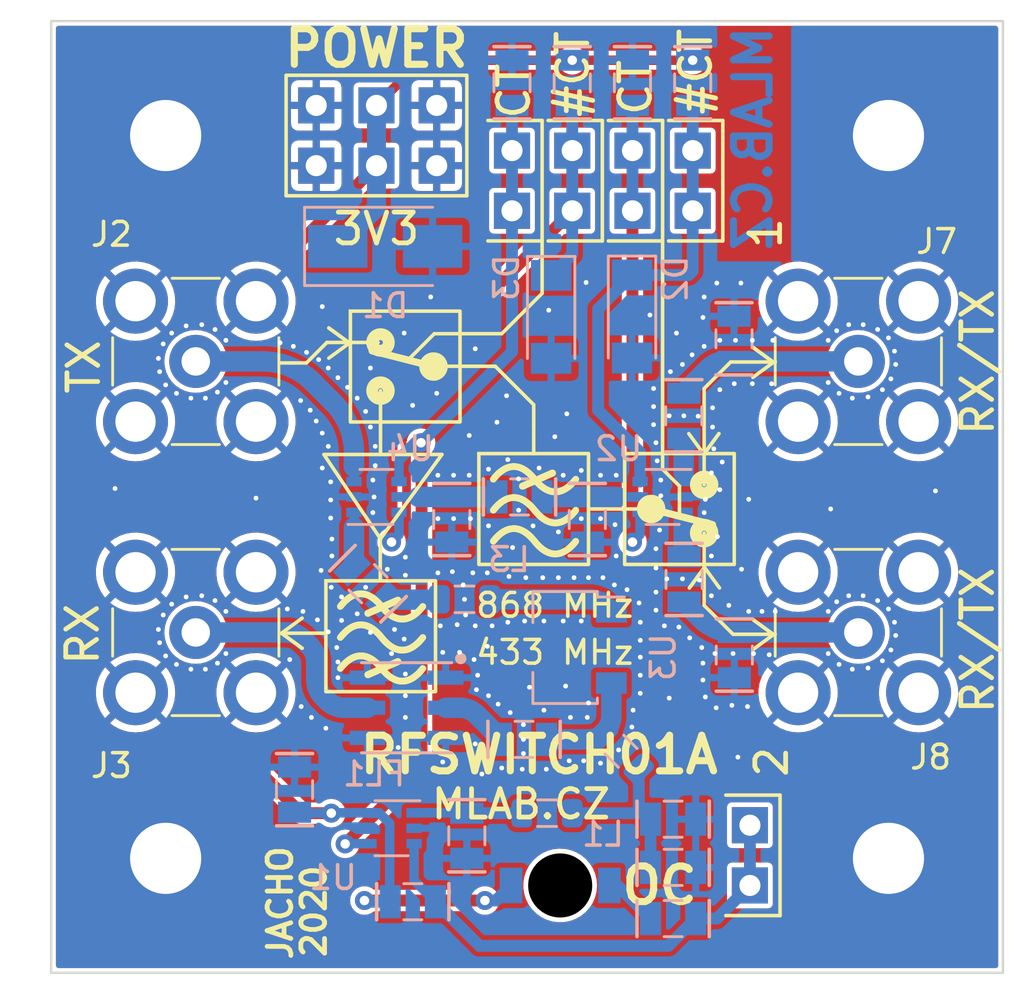
<source format=kicad_pcb>
(kicad_pcb (version 20201002) (generator pcbnew)
  (layers (0 "F.Cu" signal) (31 "B.Cu" signal) (34 "B.Paste" user) (35 "F.Paste" user) (36 "B.SilkS" user "B.Silkscreen") (37 "F.SilkS" user "F.Silkscreen") (38 "B.Mask" user) (39 "F.Mask" user) (44 "Edge.Cuts" user))
  (net 0 "")
  (net 1 "+3V3")
  (net 2 "GND")
  (net 3 "Net-(C2-Pad1)")
  (net 4 "Net-(C3-Pad1)")
  (net 5 "Net-(C5-Pad1)")
  (net 6 "Net-(C5-Pad2)")
  (net 7 "Net-(C6-Pad1)")
  (net 8 "Net-(C7-Pad1)")
  (net 9 "Net-(C8-Pad1)")
  (net 10 "/RX")
  (net 11 "/TX")
  (net 12 "/SW1_CTRL")
  (net 13 "/SW1_#CTRL")
  (net 14 "/SW2_CTRL")
  (net 15 "/SW2_#CTRL")
  (net 16 "/RX{slash}TX_1")
  (net 17 "/RX{slash}TX_2")
  (net 18 "Net-(C8-Pad2)")
  (net 19 "Net-(L3-Pad1)")
  (net 20 "Net-(C9-Pad1)")
  (net 21 "/RF_IN_OUT")
  (net 22 "Net-(J6-Pad1)")
  (net 23 "Net-(D4-Pad1)")
  (module "Mlab_Pin_Headers:Straight_2x01" (layer "F.Cu") (at 19.685 -33.655 90)
    (fp_text reference "J9" hide)
    (fp_text value "HEADER_2x01_PARALLEL" hide)
    (pad "1" thru_hole rect (at -1.27 0 90) (size 1.524 1.524) (drill 0.889) (layers *.Cu *.Mask) (net 12 "/SW1_CTRL"))
    (pad "2" thru_hole rect (at 1.27 0 90) (size 1.524 1.524) (drill 0.889) (layers *.Cu *.Mask) (net 12 "/SW1_CTRL"))
  )
  (module "Mlab_Pin_Headers:Straight_2x01" (layer "F.Cu") (at 27.305 -33.655 90)
    (fp_text reference "J5" hide)
    (fp_text value "HEADER_2x01_PARALLEL" hide)
    (pad "1" thru_hole rect (at -1.27 0 90) (size 1.524 1.524) (drill 0.889) (layers *.Cu *.Mask) (net 15 "/SW2_#CTRL"))
    (pad "2" thru_hole rect (at 1.27 0 90) (size 1.524 1.524) (drill 0.889) (layers *.Cu *.Mask) (net 15 "/SW2_#CTRL"))
  )
  (module "Mlab_Pin_Headers:Straight_2x01" (layer "F.Cu") (at 24.765 -33.655 90)
    (fp_text reference "J4" hide)
    (fp_text value "HEADER_2x01_PARALLEL" hide)
    (pad "1" thru_hole rect (at -1.27 0 90) (size 1.524 1.524) (drill 0.889) (layers *.Cu *.Mask) (net 14 "/SW2_CTRL"))
    (pad "2" thru_hole rect (at 1.27 0 90) (size 1.524 1.524) (drill 0.889) (layers *.Cu *.Mask) (net 14 "/SW2_CTRL"))
  )
  (module "Mlab_Pin_Headers:Straight_2x01" (layer "F.Cu") (at 29.718 -5.207 90)
    (fp_text reference "J6" hide)
    (fp_text value "HEADER_2x01_PARALLEL" hide)
    (pad "1" thru_hole rect (at -1.27 0 90) (size 1.524 1.524) (drill 0.889) (layers *.Cu *.Mask) (net 22 "Net-(J6-Pad1)"))
    (pad "2" thru_hole rect (at 1.27 0 90) (size 1.524 1.524) (drill 0.889) (layers *.Cu *.Mask) (net 22 "Net-(J6-Pad1)"))
  )
  (module "Connector_Coaxial:SMB_Jack_Vertical" (layer "F.Cu") (at 34.29 -14.605)
    (fp_text reference "J8" (at 3.048 5.2578) (layer "F.SilkS"))
    (fp_text value "SMA")
    (pad "1" thru_hole circle (at 0 0) (size 2.24 2.24) (drill 1.2) (layers *.Cu *.Mask) (net 17 "/RX{slash}TX_2"))
    (pad "2" thru_hole circle (at 2.54 -2.54) (size 2.74 2.74) (drill 1.7) (layers *.Cu *.Mask) (net 2 "GND"))
    (pad "2" thru_hole circle (at -2.54 2.54) (size 2.74 2.74) (drill 1.7) (layers *.Cu *.Mask) (net 2 "GND"))
    (pad "2" thru_hole circle (at 2.54 2.54) (size 2.74 2.74) (drill 1.7) (layers *.Cu *.Mask) (net 2 "GND"))
    (pad "2" thru_hole circle (at -2.54 -2.54) (size 2.74 2.74) (drill 1.7) (layers *.Cu *.Mask) (net 2 "GND"))
  )
  (module "Mlab_Mechanical:MountingHole_3mm" (layer "F.Cu") (at 5.08 -35.56)
    (fp_text reference "M3" hide)
    (fp_text value "HOLE" hide)
    (pad "1" thru_hole circle (at 0 0) (size 6 6) (drill 3) (layers *.Cu *.Adhes *.Mask) (net 2 "GND") (clearance 1))
  )
  (module "Mlab_Pin_Headers:Straight_2x03" (layer "F.Cu") (at 13.97 -35.56 90)
    (fp_text reference "J1" hide)
    (fp_text value "HEADER_2x03_PARALLEL" hide)
    (pad "1" thru_hole rect (at -1.27 -2.54 90) (size 1.524 1.524) (drill 0.889) (layers *.Cu *.Mask) (net 2 "GND"))
    (pad "2" thru_hole rect (at 1.27 -2.54 90) (size 1.524 1.524) (drill 0.889) (layers *.Cu *.Mask) (net 2 "GND"))
    (pad "3" thru_hole rect (at -1.27 0 90) (size 1.524 1.524) (drill 0.889) (layers *.Cu *.Mask) (net 1 "+3V3"))
    (pad "4" thru_hole rect (at 1.27 0 90) (size 1.524 1.524) (drill 0.889) (layers *.Cu *.Mask) (net 1 "+3V3"))
    (pad "5" thru_hole rect (at -1.27 2.54 90) (size 1.524 1.524) (drill 0.889) (layers *.Cu *.Mask) (net 2 "GND"))
    (pad "6" thru_hole rect (at 1.27 2.54 90) (size 1.524 1.524) (drill 0.889) (layers *.Cu *.Mask) (net 2 "GND"))
  )
  (module "Mlab_Mechanical:MountingHole_3mm" (layer "F.Cu") (at 35.56 -5.08)
    (fp_text reference "M4" hide)
    (fp_text value "HOLE" hide)
    (pad "1" thru_hole circle (at 0 0) (size 6 6) (drill 3) (layers *.Cu *.Adhes *.Mask) (net 2 "GND") (clearance 1))
  )
  (module "Mlab_Pin_Headers:Straight_2x01" (layer "F.Cu") (at 22.225 -33.655 90)
    (fp_text reference "J10" hide)
    (fp_text value "HEADER_2x01_PARALLEL" hide)
    (pad "1" thru_hole rect (at -1.27 0 90) (size 1.524 1.524) (drill 0.889) (layers *.Cu *.Mask) (net 13 "/SW1_#CTRL"))
    (pad "2" thru_hole rect (at 1.27 0 90) (size 1.524 1.524) (drill 0.889) (layers *.Cu *.Mask) (net 13 "/SW1_#CTRL"))
  )
  (module "Connector_Coaxial:SMB_Jack_Vertical" (layer "F.Cu") (at 6.35 -26.035)
    (fp_text reference "J2" (at -3.556 -5.3594 180) (layer "F.SilkS"))
    (fp_text value "SMA")
    (pad "1" thru_hole circle (at 0 0) (size 2.24 2.24) (drill 1.2) (layers *.Cu *.Mask) (net 11 "/TX"))
    (pad "2" thru_hole circle (at -2.54 2.54) (size 2.74 2.74) (drill 1.7) (layers *.Cu *.Mask) (net 2 "GND"))
    (pad "2" thru_hole circle (at 2.54 2.54) (size 2.74 2.74) (drill 1.7) (layers *.Cu *.Mask) (net 2 "GND"))
    (pad "2" thru_hole circle (at -2.54 -2.54) (size 2.74 2.74) (drill 1.7) (layers *.Cu *.Mask) (net 2 "GND"))
    (pad "2" thru_hole circle (at 2.54 -2.54) (size 2.74 2.74) (drill 1.7) (layers *.Cu *.Mask) (net 2 "GND"))
  )
  (module "Mlab_Mechanical:MountingHole_3mm" (layer "F.Cu") (at 35.56 -35.56)
    (fp_text reference "M1" hide)
    (fp_text value "HOLE" hide)
    (pad "1" thru_hole circle (at 0 0) (size 6 6) (drill 3) (layers *.Cu *.Adhes *.Mask) (net 2 "GND") (clearance 1))
  )
  (module "Connector_Coaxial:SMB_Jack_Vertical" (layer "F.Cu") (at 34.29 -26.035)
    (fp_text reference "J7" (at 3.302 -5.0546 180) (layer "F.SilkS"))
    (fp_text value "SMA")
    (pad "1" thru_hole circle (at 0 0) (size 2.24 2.24) (drill 1.2) (layers *.Cu *.Mask) (net 16 "/RX{slash}TX_1"))
    (pad "2" thru_hole circle (at 2.54 -2.54) (size 2.74 2.74) (drill 1.7) (layers *.Cu *.Mask) (net 2 "GND"))
    (pad "2" thru_hole circle (at 2.54 2.54) (size 2.74 2.74) (drill 1.7) (layers *.Cu *.Mask) (net 2 "GND"))
    (pad "2" thru_hole circle (at -2.54 2.54) (size 2.74 2.74) (drill 1.7) (layers *.Cu *.Mask) (net 2 "GND"))
    (pad "2" thru_hole circle (at -2.54 -2.54) (size 2.74 2.74) (drill 1.7) (layers *.Cu *.Mask) (net 2 "GND"))
  )
  (module "Connector_Coaxial:SMB_Jack_Vertical" (layer "F.Cu") (at 6.35 -14.605)
    (fp_text reference "J3" (at -3.556 5.6134 180) (layer "F.SilkS"))
    (fp_text value "SMA")
    (pad "1" thru_hole circle (at 0 0) (size 2.24 2.24) (drill 1.2) (layers *.Cu *.Mask) (net 10 "/RX"))
    (pad "2" thru_hole circle (at -2.54 -2.54) (size 2.74 2.74) (drill 1.7) (layers *.Cu *.Mask) (net 2 "GND"))
    (pad "2" thru_hole circle (at -2.54 2.54) (size 2.74 2.74) (drill 1.7) (layers *.Cu *.Mask) (net 2 "GND"))
    (pad "2" thru_hole circle (at 2.54 -2.54) (size 2.74 2.74) (drill 1.7) (layers *.Cu *.Mask) (net 2 "GND"))
    (pad "2" thru_hole circle (at 2.54 2.54) (size 2.74 2.74) (drill 1.7) (layers *.Cu *.Mask) (net 2 "GND"))
  )
  (module "Mlab_Mechanical:MountingHole_3mm" (layer "F.Cu") (at 5.08 -5.08)
    (fp_text reference "M2" hide)
    (fp_text value "HOLE" hide)
    (pad "1" thru_hole circle (at 0 0) (size 6 6) (drill 3) (layers *.Cu *.Adhes *.Mask) (net 2 "GND") (clearance 1))
  )
  (module "Mlab_R:SMD-0805" (layer "B.Cu") (at 29.059595 -13.6525 90)
    (fp_text reference "L5")
    (fp_text value "100nH")
    (pad "1" smd rect (at -0.9525 0 90) (size 0.889 1.397) (layers "B.Cu" "B.Paste" "B.Mask") (net 2 "GND"))
    (pad "2" smd rect (at 0.9525 0 90) (size 0.889 1.397) (layers "B.Cu" "B.Paste" "B.Mask") (net 17 "/RX{slash}TX_2"))
  )
  (module "Mlab_R:SMD-0805" (layer "B.Cu") (at 19.685 -37.7825 90)
    (fp_text reference "R5")
    (fp_text value "10k")
    (pad "1" smd rect (at -0.9525 0 90) (size 0.889 1.397) (layers "B.Cu" "B.Paste" "B.Mask") (net 12 "/SW1_CTRL"))
    (pad "2" smd rect (at 0.9525 0 90) (size 0.889 1.397) (layers "B.Cu" "B.Paste" "B.Mask") (net 2 "GND"))
  )
  (module "Diode_SMD:D_SMA" (layer "B.Cu") (at 14.3383 -30.884327)
    (fp_text reference "D1" (at 0 2.5) (layer "B.SilkS") (effects (justify mirror)))
    (fp_text value "M4" hide)
    (pad "1" smd rect (at -2 0) (size 2.5 1.8) (layers "B.Cu" "B.Paste" "B.Mask") (net 1 "+3V3"))
    (pad "2" smd rect (at 2 0) (size 2.5 1.8) (layers "B.Cu" "B.Paste" "B.Mask") (net 2 "GND"))
  )
  (module "Package_TO_SOT_SMD:SOT-363_SC-70-6" (layer "B.Cu") (at 13.97 -20.32)
    (fp_text reference "U4" (at 1.4224 -2.032) (layer "B.SilkS") (effects (justify mirror)))
    (fp_text value "PE4259" hide)
    (pad "1" smd rect (at -0.95 0.65) (size 0.65 0.4) (layers "B.Cu" "B.Paste" "B.Mask") (net 18 "Net-(C8-Pad2)"))
    (pad "2" smd rect (at -0.95 0) (size 0.65 0.4) (layers "B.Cu" "B.Paste" "B.Mask") (net 2 "GND"))
    (pad "3" smd rect (at -0.95 -0.65) (size 0.65 0.4) (layers "B.Cu" "B.Paste" "B.Mask") (net 11 "/TX"))
    (pad "4" smd rect (at 0.95 -0.65) (size 0.65 0.4) (layers "B.Cu" "B.Paste" "B.Mask") (net 12 "/SW1_CTRL"))
    (pad "5" smd rect (at 0.95 0) (size 0.65 0.4) (layers "B.Cu" "B.Paste" "B.Mask") (net 20 "Net-(C9-Pad1)"))
    (pad "6" smd rect (at 0.95 0.65) (size 0.65 0.4) (layers "B.Cu" "B.Paste" "B.Mask") (net 13 "/SW1_#CTRL"))
  )
  (module "Mlab_R:SMD-0805" (layer "B.Cu") (at 22.86 -19.3675 -90)
    (fp_text reference "C10")
    (fp_text value "2p2")
    (pad "1" smd rect (at -0.9525 0 270) (size 0.889 1.397) (layers "B.Cu" "B.Paste" "B.Mask") (net 21 "/RF_IN_OUT"))
    (pad "2" smd rect (at 0.9525 0 270) (size 0.889 1.397) (layers "B.Cu" "B.Paste" "B.Mask") (net 2 "GND"))
  )
  (module "Mlab_R:SMD-0805" (layer "B.Cu") (at 27.305 -37.7825 -90)
    (fp_text reference "R3")
    (fp_text value "10k")
    (pad "1" smd rect (at -0.9525 0 270) (size 0.889 1.397) (layers "B.Cu" "B.Paste" "B.Mask") (net 1 "+3V3"))
    (pad "2" smd rect (at 0.9525 0 270) (size 0.889 1.397) (layers "B.Cu" "B.Paste" "B.Mask") (net 15 "/SW2_#CTRL"))
  )
  (module "Package_TO_SOT_SMD:SOT-89-3" (layer "B.Cu") (at 22.225 -13.97 180)
    (fp_text reference "U3" (at -3.8354 -0.4064 90) (layer "B.SilkS") (effects (justify mirror)))
    (fp_text value "SPF5189Z" hide)
    (pad "1" smd rect (at -1.65 1.5 180) (size 1.3 0.9) (layers "B.Cu" "B.Paste" "B.Mask") (net 19 "Net-(L3-Pad1)"))
    (pad "2" smd custom (at -1.5625 0 180) (size 1.475 0.9) (layers "B.Cu" "B.Paste" "B.Mask") (net 2 "GND") (options (clearance outline) (anchor rect)) (primitives (gr_poly (pts (xy 0.7375 0.8665) (xy 3.8625 0.8665) (xy 3.8625 -0.8665) (xy 0.7375 -0.8665)) (width 0))))
    (pad "3" smd rect (at -1.65 -1.5 180) (size 1.3 0.9) (layers "B.Cu" "B.Paste" "B.Mask") (net 6 "Net-(C5-Pad2)"))
  )
  (module "Mlab_R:SMD-0805" (layer "B.Cu") (at 10.5156 -7.9756 90)
    (fp_text reference "C1")
    (fp_text value "10uF")
    (pad "1" smd rect (at -0.9525 0 90) (size 0.889 1.397) (layers "B.Cu" "B.Paste" "B.Mask") (net 1 "+3V3"))
    (pad "2" smd rect (at 0.9525 0 90) (size 0.889 1.397) (layers "B.Cu" "B.Paste" "B.Mask") (net 2 "GND"))
  )
  (module "Diode_SMD:D_MiniMELF" (layer "B.Cu") (at 21.336 -27.912 -90)
    (fp_text reference "D3" (at -1.6536 1.8796 -270) (layer "B.SilkS") (effects (justify mirror)))
    (fp_text value "BZV55C-3,6V" hide)
    (pad "1" smd rect (at -1.75 0 270) (size 1.3 1.7) (layers "B.Cu" "B.Paste" "B.Mask") (net 13 "/SW1_#CTRL"))
    (pad "2" smd rect (at 1.75 0 270) (size 1.3 1.7) (layers "B.Cu" "B.Paste" "B.Mask") (net 2 "GND"))
  )
  (module "Package_TO_SOT_SMD:SOT-353_SC-70-5" (layer "B.Cu") (at 14.605 -6.35 180)
    (fp_text reference "U1" (at 2.4638 -2.0828) (layer "B.SilkS") (effects (justify mirror)))
    (fp_text value "TPS22945DCKR" hide)
    (pad "1" smd rect (at -0.95 0.65 180) (size 0.65 0.4) (layers "B.Cu" "B.Paste" "B.Mask") (net 3 "Net-(C2-Pad1)"))
    (pad "2" smd rect (at -0.95 0 180) (size 0.65 0.4) (layers "B.Cu" "B.Paste" "B.Mask") (net 2 "GND"))
    (pad "3" smd rect (at -0.95 -0.65 180) (size 0.65 0.4) (layers "B.Cu" "B.Paste" "B.Mask") (net 22 "Net-(J6-Pad1)"))
    (pad "4" smd rect (at 0.95 -0.65 180) (size 0.65 0.4) (layers "B.Cu" "B.Paste" "B.Mask") (net 12 "/SW1_CTRL"))
    (pad "5" smd rect (at 0.95 0.65 180) (size 0.65 0.4) (layers "B.Cu" "B.Paste" "B.Mask") (net 1 "+3V3"))
  )
  (module "Mlab_D:LED_1206" (layer "B.Cu") (at 21.717 -3.937)
    (fp_text reference "D4" hide)
    (fp_text value "RED" hide)
    (pad "" np_thru_hole circle (at 0 0) (size 2.7 2.7) (drill 2.7) (layers *.Mask))
    (pad "1" smd rect (at 2.075 0) (size 0.95 1.5) (layers "B.Cu" "B.Paste" "B.Mask") (net 23 "Net-(D4-Pad1)"))
    (pad "2" smd rect (at -2.075 0) (size 0.95 1.5) (layers "B.Cu" "B.Paste" "B.Mask") (net 1 "+3V3"))
  )
  (module "Mlab_R:SMD-0805" (layer "B.Cu") (at 17.145 -19.3675 -90)
    (fp_text reference "C9")
    (fp_text value "2p2")
    (pad "1" smd rect (at -0.9525 0 270) (size 0.889 1.397) (layers "B.Cu" "B.Paste" "B.Mask") (net 20 "Net-(C9-Pad1)"))
    (pad "2" smd rect (at 0.9525 0 270) (size 0.889 1.397) (layers "B.Cu" "B.Paste" "B.Mask") (net 2 "GND"))
  )
  (module "Mlab_R:SMD-0805" (layer "B.Cu") (at 26.4795 -6.731)
    (fp_text reference "C4")
    (fp_text value "100pF")
    (pad "1" smd rect (at -0.9525 0) (size 0.889 1.397) (layers "B.Cu" "B.Paste" "B.Mask") (net 4 "Net-(C3-Pad1)"))
    (pad "2" smd rect (at 0.9525 0) (size 0.889 1.397) (layers "B.Cu" "B.Paste" "B.Mask") (net 2 "GND"))
  )
  (module "Inductor_SMD:L_0805_2012Metric" (layer "B.Cu") (at 24.2824 -9.598492 135)
    (fp_text reference "L2" hide)
    (fp_text value "100nH" hide)
    (pad "1" smd roundrect (at -1.0625 0 135) (size 0.875 1.2) (layers "B.Cu" "B.Paste" "B.Mask") (net 4 "Net-(C3-Pad1)"))
    (pad "2" smd roundrect (at 1.0625 0 135) (size 0.875 1.2) (layers "B.Cu" "B.Paste" "B.Mask") (net 6 "Net-(C5-Pad2)"))
  )
  (module "Mlab_R:SMD-0805" (layer "B.Cu") (at 17.78 -6.0325 -90)
    (fp_text reference "C2")
    (fp_text value "100pF")
    (pad "1" smd rect (at -0.9525 0 270) (size 0.889 1.397) (layers "B.Cu" "B.Paste" "B.Mask") (net 3 "Net-(C2-Pad1)"))
    (pad "2" smd rect (at 0.9525 0 270) (size 0.889 1.397) (layers "B.Cu" "B.Paste" "B.Mask") (net 2 "GND"))
  )
  (module "Mlab_R:SMD-0805" (layer "B.Cu") (at 26.929992 -23.741671 90)
    (fp_text reference "C6")
    (fp_text value "1nF")
    (pad "1" smd rect (at -0.9525 0 90) (size 0.889 1.397) (layers "B.Cu" "B.Paste" "B.Mask") (net 7 "Net-(C6-Pad1)"))
    (pad "2" smd rect (at 0.9525 0 90) (size 0.889 1.397) (layers "B.Cu" "B.Paste" "B.Mask") (net 16 "/RX{slash}TX_1"))
  )
  (module "Mlab_R:SMD-0805" (layer "B.Cu") (at 29.046639 -26.9875 -90)
    (fp_text reference "L4")
    (fp_text value "100nH")
    (pad "1" smd rect (at -0.9525 0 270) (size 0.889 1.397) (layers "B.Cu" "B.Paste" "B.Mask") (net 2 "GND"))
    (pad "2" smd rect (at 0.9525 0 270) (size 0.889 1.397) (layers "B.Cu" "B.Paste" "B.Mask") (net 16 "/RX{slash}TX_1"))
  )
  (module "Inductor_SMD:L_0805_2012Metric" (layer "B.Cu") (at 21.1625 -6.985)
    (fp_text reference "L1" (at 2.3579 0.889) (layer "B.SilkS") (effects (justify mirror)))
    (fp_text value "74279204" hide)
    (pad "1" smd roundrect (at -1.0625 0) (size 0.875 1.2) (layers "B.Cu" "B.Paste" "B.Mask") (net 3 "Net-(C2-Pad1)"))
    (pad "2" smd roundrect (at 1.0625 0) (size 0.875 1.2) (layers "B.Cu" "B.Paste" "B.Mask") (net 4 "Net-(C3-Pad1)"))
  )
  (module "Mlab_R:SMD-0805" (layer "B.Cu") (at 22.225 -37.7825 -90)
    (fp_text reference "R4")
    (fp_text value "10k")
    (pad "1" smd rect (at -0.9525 0 270) (size 0.889 1.397) (layers "B.Cu" "B.Paste" "B.Mask") (net 1 "+3V3"))
    (pad "2" smd rect (at 0.9525 0 270) (size 0.889 1.397) (layers "B.Cu" "B.Paste" "B.Mask") (net 13 "/SW1_#CTRL"))
  )
  (module "Mlab_R:SMD-0805" (layer "B.Cu") (at 13.6144 -16.6624 135)
    (fp_text reference "C8")
    (fp_text value "1nF")
    (pad "1" smd rect (at -0.9525 0 135) (size 0.889 1.397) (layers "B.Cu" "B.Paste" "B.Mask") (net 9 "Net-(C8-Pad1)"))
    (pad "2" smd rect (at 0.9525 0 135) (size 0.889 1.397) (layers "B.Cu" "B.Paste" "B.Mask") (net 18 "Net-(C8-Pad2)"))
  )
  (module "MLAB_SAW:ABRACON_AFS" (layer "B.Cu") (at 15.24 -11.43 180)
    (fp_text reference "FL1" (at 1.3716 -2.794) (layer "B.SilkS") (effects (justify mirror)))
    (fp_text value "SAW_AFS434S3-T_AFS869S3-T" hide)
    (pad "1" smd rect (at -1.65 1.27 180) (size 1.5 0.6) (layers "B.Cu" "B.Paste" "B.Mask") (net 2 "GND"))
    (pad "2" smd rect (at -1.65 0 180) (size 1.5 0.6) (layers "B.Cu" "B.Paste" "B.Mask") (net 5 "Net-(C5-Pad1)"))
    (pad "3" smd rect (at -1.65 -1.27 180) (size 1.5 0.6) (layers "B.Cu" "B.Paste" "B.Mask") (net 2 "GND"))
    (pad "4" smd rect (at 1.65 -1.27 180) (size 1.5 0.6) (layers "B.Cu" "B.Paste" "B.Mask") (net 2 "GND"))
    (pad "5" smd rect (at 1.65 0 180) (size 1.5 0.6) (layers "B.Cu" "B.Paste" "B.Mask") (net 10 "/RX"))
    (pad "6" smd rect (at 1.65 1.27 180) (size 1.5 0.6) (layers "B.Cu" "B.Paste" "B.Mask") (net 2 "GND"))
  )
  (module "Package_TO_SOT_SMD:SOT-363_SC-70-6" (layer "B.Cu") (at 26.035 -20.32 180)
    (fp_text reference "U2" (at 1.8542 2.032) (layer "B.SilkS") (effects (justify mirror)))
    (fp_text value "PE4259" hide)
    (pad "1" smd rect (at -0.95 0.65 180) (size 0.65 0.4) (layers "B.Cu" "B.Paste" "B.Mask") (net 7 "Net-(C6-Pad1)"))
    (pad "2" smd rect (at -0.95 0 180) (size 0.65 0.4) (layers "B.Cu" "B.Paste" "B.Mask") (net 2 "GND"))
    (pad "3" smd rect (at -0.95 -0.65 180) (size 0.65 0.4) (layers "B.Cu" "B.Paste" "B.Mask") (net 8 "Net-(C7-Pad1)"))
    (pad "4" smd rect (at 0.95 -0.65 180) (size 0.65 0.4) (layers "B.Cu" "B.Paste" "B.Mask") (net 14 "/SW2_CTRL"))
    (pad "5" smd rect (at 0.95 0 180) (size 0.65 0.4) (layers "B.Cu" "B.Paste" "B.Mask") (net 21 "/RF_IN_OUT"))
    (pad "6" smd rect (at 0.95 0.65 180) (size 0.65 0.4) (layers "B.Cu" "B.Paste" "B.Mask") (net 15 "/SW2_#CTRL"))
  )
  (module "Mlab_R:SMD-0805" (layer "B.Cu") (at 26.4795 -4.699)
    (fp_text reference "C3")
    (fp_text value "100nF")
    (pad "1" smd rect (at -0.9525 0) (size 0.889 1.397) (layers "B.Cu" "B.Paste" "B.Mask") (net 4 "Net-(C3-Pad1)"))
    (pad "2" smd rect (at 0.9525 0) (size 0.889 1.397) (layers "B.Cu" "B.Paste" "B.Mask") (net 2 "GND"))
  )
  (module "Mlab_R:SMD-0805" (layer "B.Cu") (at 24.765 -37.7825 90)
    (fp_text reference "R2")
    (fp_text value "10k")
    (pad "1" smd rect (at -0.9525 0 90) (size 0.889 1.397) (layers "B.Cu" "B.Paste" "B.Mask") (net 14 "/SW2_CTRL"))
    (pad "2" smd rect (at 0.9525 0 90) (size 0.889 1.397) (layers "B.Cu" "B.Paste" "B.Mask") (net 2 "GND"))
  )
  (module "Mlab_R:SMD-0805" (layer "B.Cu") (at 26.4795 -2.54)
    (fp_text reference "R6")
    (fp_text value "330R")
    (pad "1" smd rect (at -0.9525 0) (size 0.889 1.397) (layers "B.Cu" "B.Paste" "B.Mask") (net 23 "Net-(D4-Pad1)"))
    (pad "2" smd rect (at 0.9525 0) (size 0.889 1.397) (layers "B.Cu" "B.Paste" "B.Mask") (net 22 "Net-(J6-Pad1)"))
  )
  (module "Mlab_R:SMD-0805" (layer "B.Cu") (at 20.0025 -20.32)
    (fp_text reference "L6")
    (fp_text value "6n8")
    (pad "1" smd rect (at -0.9525 0) (size 0.889 1.397) (layers "B.Cu" "B.Paste" "B.Mask") (net 20 "Net-(C9-Pad1)"))
    (pad "2" smd rect (at 0.9525 0) (size 0.889 1.397) (layers "B.Cu" "B.Paste" "B.Mask") (net 21 "/RF_IN_OUT"))
  )
  (module "Mlab_R:SMD-0805" (layer "B.Cu") (at 26.941905 -16.840883 -90)
    (fp_text reference "C7")
    (fp_text value "1nF")
    (pad "1" smd rect (at -0.9525 0 270) (size 0.889 1.397) (layers "B.Cu" "B.Paste" "B.Mask") (net 8 "Net-(C7-Pad1)"))
    (pad "2" smd rect (at 0.9525 0 270) (size 0.889 1.397) (layers "B.Cu" "B.Paste" "B.Mask") (net 17 "/RX{slash}TX_2"))
  )
  (module "Mlab_R:SMD-0805" (layer "B.Cu") (at 20.193 -10.0965)
    (fp_text reference "C5")
    (fp_text value "1nF")
    (pad "1" smd rect (at -0.9525 0) (size 0.889 1.397) (layers "B.Cu" "B.Paste" "B.Mask") (net 5 "Net-(C5-Pad1)"))
    (pad "2" smd rect (at 0.9525 0) (size 0.889 1.397) (layers "B.Cu" "B.Paste" "B.Mask") (net 6 "Net-(C5-Pad2)"))
  )
  (module "Diode_SMD:D_MiniMELF" (layer "B.Cu") (at 24.746299 -27.928115 -90)
    (fp_text reference "D2" (at -1.586685 -1.822101 -270) (layer "B.SilkS") (effects (justify mirror)))
    (fp_text value "BZV55C-3,6V" hide)
    (pad "1" smd rect (at -1.75 0 270) (size 1.3 1.7) (layers "B.Cu" "B.Paste" "B.Mask") (net 15 "/SW2_#CTRL"))
    (pad "2" smd rect (at 1.75 0 270) (size 1.3 1.7) (layers "B.Cu" "B.Paste" "B.Mask") (net 2 "GND"))
  )
  (module "Inductor_SMD:L_0805_2012Metric" (layer "B.Cu") (at 17.6827 -16.002 180)
    (fp_text reference "L3" (at -1.8753 1.6764) (layer "B.SilkS") (effects (justify mirror)))
    (fp_text value "1n5H" hide)
    (pad "1" smd roundrect (at -1.0625 0 180) (size 0.875 1.2) (layers "B.Cu" "B.Paste" "B.Mask") (net 19 "Net-(L3-Pad1)"))
    (pad "2" smd roundrect (at 1.0625 0 180) (size 0.875 1.2) (layers "B.Cu" "B.Paste" "B.Mask") (net 9 "Net-(C8-Pad1)"))
  )
  (module "Mlab_R:SMD-0805" (layer "B.Cu") (at 15.501299 -3.2512)
    (fp_text reference "R1")
    (fp_text value "10k")
    (pad "1" smd rect (at -0.9525 0) (size 0.889 1.397) (layers "B.Cu" "B.Paste" "B.Mask") (net 1 "+3V3"))
    (pad "2" smd rect (at 0.9525 0) (size 0.889 1.397) (layers "B.Cu" "B.Paste" "B.Mask") (net 22 "Net-(J6-Pad1)"))
  )
  (gr_line (start 15.666433 -14.118367) (end 15.613731 -14.074779) (layer "F.SilkS") (width 0.281999))
  (gr_line (start 22.011509 -18.091968) (end 21.958187 -18.056272) (layer "F.SilkS") (width 0.281999))
  (gr_line (start 11.7748 -14.575) (end 9.966609 -14.575) (layer "F.SilkS") (width 0.15))
  (gr_line (start 14.29487 -14.265563) (end 14.239632 -14.327728) (layer "F.SilkS") (width 0.281999))
  (gr_line (start 15.770809 -15.5256) (end 15.718799 -15.47422) (layer "F.SilkS") (width 0.281999))
  (gr_line (start 22.375327 -19.759644) (end 22.324491 -19.696759) (layer "F.SilkS") (width 0.281999))
  (gr_line (start 15.072152 -12.550963) (end 15.016938 -12.552002) (layer "F.SilkS") (width 0.281999))
  (gr_line (start 14.405678 -12.846433) (end 14.350225 -12.899569) (layer "F.SilkS") (width 0.281999))
  (gr_line (start 20.91201 -18.162975) (end 20.856478 -18.211633) (layer "F.SilkS") (width 0.281999))
  (gr_line (start 19.366903 -21.493729) (end 19.420741 -21.521434) (layer "F.SilkS") (width 0.281999))
  (gr_line (start 9.966609 -14.575) (end 10.835 -13.94) (layer "F.SilkS") (width 0.15))
  (gr_line (start 22.221609 -19.582444) (end 22.169599 -19.531064) (layer "F.SilkS") (width 0.281999))
  (gr_line (start 15.507387 -13.999428) (end 15.453782 -13.967715) (layer "F.SilkS") (width 0.281999))
  (gr_line (start 13.463456 -16.221164) (end 13.518965 -16.207434) (layer "F.SilkS") (width 0.281999))
  (gr_line (start 21.850712 -17.996853) (end 21.796596 -17.973179) (layer "F.SilkS") (width 0.281999))
  (gr_line (start 13.463456 -14.912808) (end 13.518965 -14.899078) (layer "F.SilkS") (width 0.281999))
  (gr_line (start 15.507387 -12.691072) (end 15.453782 -12.659359) (layer "F.SilkS") (width 0.281999))
  (gr_line (start 20.967604 -20.735481) (end 20.91201 -20.779687) (layer "F.SilkS") (width 0.281999))
  (gr_line (start 19.207038 -21.386664) (end 19.260033 -21.426319) (layer "F.SilkS") (width 0.281999))
  (gr_line (start 27.7876 -18.796) (end 27.7876 -15.748) (layer "F.SilkS") (width 0.15))
  (gr_line (start 12.445527 -13.085088) (end 12.49636 -13.147972) (layer "F.SilkS") (width 0.281999))
  (gr_line (start 14.04 -26.8344) (end 11.88 -26.8344) (layer "F.SilkS") (width 0.15))
  (gr_line (start 14.13 -18.554) (end 14.13 -16.81) (layer "F.SilkS") (width 0.15))
  (gr_line (start 12.969941 -14.847878) (end 13.024026 -14.871552) (layer "F.SilkS") (width 0.281999))
  (gr_line (start 27.7876 -20.828) (end 27.7876 -24.892) (layer "F.SilkS") (width 0.15))
  (gr_line (start 29.842604 -15.1511) (end 30.710995 -14.5161) (layer "F.SilkS") (width 0.15))
  (gr_circle (center 14.14 -24.8024) (end 14.24 -24.8024) (layer "F.SilkS") (width 0.5))
  (gr_line (start 19.914256 -18.969652) (end 19.969765 -18.955922) (layer "F.SilkS") (width 0.281999))
  (gr_line (start 18.998398 -19.880603) (end 19.050022 -19.935843) (layer "F.SilkS") (width 0.281999))
  (gr_line (start 13.242476 -14.925428) (end 13.297527 -14.928569) (layer "F.SilkS") (width 0.281999))
  (gr_line (start 21.522952 -20.532875) (end 21.467738 -20.533914) (layer "F.SilkS") (width 0.281999))
  (gr_line (start 14.46121 -15.414487) (end 14.405678 -15.463145) (layer "F.SilkS") (width 0.281999))
  (gr_line (start 13.242476 -13.617072) (end 13.297527 -13.620213) (layer "F.SilkS") (width 0.281999))
  (gr_line (start 12.651215 -13.313668) (end 12.70356 -13.361164) (layer "F.SilkS") (width 0.281999))
  (gr_line (start 14.07502 -13.213968) (end 14.130335 -13.151804) (layer "F.SilkS") (width 0.281999))
  (gr_line (start 15.127229 -12.554103) (end 15.072152 -12.550963) (layer "F.SilkS") (width 0.281999))
  (gr_line (start 13.132864 -13.598347) (end 13.187582 -13.609775) (layer "F.SilkS") (width 0.281999))
  (gr_line (start 22.064531 -18.131623) (end 22.011509 -18.091968) (layer "F.SilkS") (width 0.281999))
  (gr_line (start 15.613731 -15.383135) (end 15.560709 -15.34348) (layer "F.SilkS") (width 0.281999))
  (gr_line (start 13.132864 -14.906703) (end 13.187582 -14.918131) (layer "F.SilkS") (width 0.281999))
  (gr_line (start 27.7876 -15.748) (end 29.0068 -14.5288) (layer "F.SilkS") (width 0.15))
  (gr_line (start 20.955 -28.9052) (end 19.2532 -27.2034) (layer "F.SilkS") (width 0.15))
  (gr_line (start 13.908511 -13.373401) (end 13.96409 -13.324742) (layer "F.SilkS") (width 0.281999))
  (gr_line (start 20.192327 -21.474672) (end 20.248012 -21.439297) (layer "F.SilkS") (width 0.281999))
  (gr_line (start 14.239632 -14.327728) (end 14.184527 -14.394444) (layer "F.SilkS") (width 0.281999))
  (gr_line (start 19.102015 -19.987224) (end 19.15436 -20.03472) (layer "F.SilkS") (width 0.281999))
  (gr_line (start 22.064531 -20.748335) (end 22.011509 -20.70868) (layer "F.SilkS") (width 0.281999))
  (gr_line (start 15.291451 -13.896719) (end 15.236896 -13.881184) (layer "F.SilkS") (width 0.281999))
  (gr_line (start 12.969941 -16.156234) (end 13.024026 -16.179908) (layer "F.SilkS") (width 0.281999))
  (gr_line (start 12.547598 -14.515403) (end 12.599222 -14.570643) (layer "F.SilkS") (width 0.281999))
  (gr_line (start 12.862527 -14.788459) (end 12.916103 -14.820173) (layer "F.SilkS") (width 0.281999))
  (gr_line (start 15.236896 -15.18954) (end 15.18215 -15.178112) (layer "F.SilkS") (width 0.281999))
  (gr_line (start 13.908511 -14.681757) (end 13.96409 -14.633098) (layer "F.SilkS") (width 0.281999))
  (gr_line (start 15.453782 -13.967715) (end 15.399912 -13.940009) (layer "F.SilkS") (width 0.281999))
  (gr_line (start 19.366903 -18.877017) (end 19.420741 -18.904722) (layer "F.SilkS") (width 0.281999))
  (gr_line (start 30.710995 -14.5161) (end 29.842604 -15.1511) (layer "F.SilkS") (width 0.15))
  (gr_line (start 13.574544 -16.189425) (end 13.630176 -16.167111) (layer "F.SilkS") (width 0.281999))
  (gr_line (start 13.852879 -13.417606) (end 13.908511 -13.373401) (layer "F.SilkS") (width 0.281999))
  (gr_line (start 12.916103 -16.128529) (end 12.969941 -16.156234) (layer "F.SilkS") (width 0.281999))
  (gr_line (start 21.687696 -20.55474) (end 21.63295 -20.543312) (layer "F.SilkS") (width 0.281999))
  (gr_rect (start 11.8372 -16.7836) (end 16.46 -12.11) (layer "F.SilkS") (width 0.15))
  (gr_line (start 12.651215 -14.622024) (end 12.70356 -14.66952) (layer "F.SilkS") (width 0.281999))
  (gr_line (start 19.15436 -21.343076) (end 19.207038 -21.386664) (layer "F.SilkS") (width 0.281999))
  (gr_line (start 20.303679 -20.091162) (end 20.359311 -20.046957) (layer "F.SilkS") (width 0.281999))
  (gr_line (start 19.969765 -20.264278) (end 20.025344 -20.246269) (layer "F.SilkS") (width 0.281999))
  (gr_line (start 20.856478 -19.519989) (end 20.801025 -19.573125) (layer "F.SilkS") (width 0.281999))
  (gr_line (start 26.035 -21.4884) (end 26.7462 -20.7772) (layer "F.SilkS") (width 0.15))
  (gr_line (start 11.4156 -26.37) (end 11.0156 -25.97) (layer "F.SilkS") (width 0.15))
  (gr_line (start 21.467738 -19.225558) (end 21.412404 -19.230803) (layer "F.SilkS") (width 0.281999))
  (gr_line (start 19.474826 -20.236752) (end 19.52914 -20.256368) (layer "F.SilkS") (width 0.281999))
  (gr_line (start 29.0068 -14.5288) (end 30.7848 -14.5288) (layer "F.SilkS") (width 0.15))
  (gr_line (start 13.630176 -14.858755) (end 13.685843 -14.832112) (layer "F.SilkS") (width 0.281999))
  (gr_line (start 22.064531 -19.439979) (end 22.011509 -19.400324) (layer "F.SilkS") (width 0.281999))
  (gr_line (start 19.420741 -20.213078) (end 19.474826 -20.236752) (layer "F.SilkS") (width 0.281999))
  (gr_line (start 14.130335 -13.151804) (end 14.185527 -13.085088) (layer "F.SilkS") (width 0.281999))
  (gr_line (start 14.405678 -14.154789) (end 14.350225 -14.207925) (layer "F.SilkS") (width 0.281999))
  (gr_line (start 13.242476 -16.233784) (end 13.297527 -16.236925) (layer "F.SilkS") (width 0.281999))
  (gr_line (start 13.96409 -15.941454) (end 14.019599 -15.888318) (layer "F.SilkS") (width 0.281999))
  (gr_line (start 12.969941 -13.539522) (end 13.024026 -13.563196) (layer "F.SilkS") (width 0.281999))
  (gr_line (start 20.856478 -18.211633) (end 20.801025 -18.264769) (layer "F.SilkS") (width 0.281999))
  (gr_line (start 27.8003 -17.350595) (end 28.4353 -16.482204) (layer "F.SilkS") (width 0.15))
  (gr_line (start 22.169599 -20.83942) (end 22.117233 -20.791923) (layer "F.SilkS") (width 0.281999))
  (gr_line (start 21.63295 -19.234956) (end 21.578029 -19.227659) (layer "F.SilkS") (width 0.281999))
  (gr_line (start 12.599222 -14.570643) (end 12.651215 -14.622024) (layer "F.SilkS") (width 0.281999))
  (gr_circle (center 25.5524 -19.812) (end 25.4524 -19.812) (layer "F.SilkS") (width 0.5))
  (gr_line (start 27.8003 -17.350595) (end 27.1653 -16.482204) (layer "F.SilkS") (width 0.15))
  (gr_line (start 19.260033 -20.117963) (end 19.313327 -20.153659) (layer "F.SilkS") (width 0.281999))
  (gr_line (start 21.796596 -17.973179) (end 21.742251 -17.953563) (layer "F.SilkS") (width 0.281999))
  (gr_line (start 15.399912 -13.940009) (end 15.345796 -13.916335) (layer "F.SilkS") (width 0.281999))
  (gr_line (start 22.011509 -19.400324) (end 21.958187 -19.364628) (layer "F.SilkS") (width 0.281999))
  (gr_line (start 19.748327 -20.293769) (end 19.80352 -20.292729) (layer "F.SilkS") (width 0.281999))
  (gr_line (start 15.18215 -13.869756) (end 15.127229 -13.862459) (layer "F.SilkS") (width 0.281999))
  (gr_line (start 22.375327 -21.068) (end 22.324491 -21.005115) (layer "F.SilkS") (width 0.281999))
  (gr_line (start 19.102015 -21.29558) (end 19.15436 -21.343076) (layer "F.SilkS") (width 0.281999))
  (gr_line (start 12.809233 -16.061119) (end 12.862527 -16.096815) (layer "F.SilkS") (width 0.281999))
  (gr_line (start 19.638382 -21.591687) (end 19.693276 -21.598984) (layer "F.SilkS") (width 0.281999))
  (gr_line (start 20.778327 -19.615644) (end 20.778327 -19.615644) (layer "F.SilkS") (width 0.028222))
  (gr_line (start 20.52582 -19.887524) (end 20.581135 -19.82536) (layer "F.SilkS") (width 0.281999))
  (gr_line (start 21.742251 -20.570275) (end 21.687696 -20.55474) (layer "F.SilkS") (width 0.281999))
  (gr_line (start 20.303679 -21.399518) (end 20.359311 -21.355313) (layer "F.SilkS") (width 0.281999))
  (gr_line (start 19.748327 -18.985413) (end 19.80352 -18.984373) (layer "F.SilkS") (width 0.281999))
  (gr_line (start 20.248012 -20.130941) (end 20.303679 -20.091162) (layer "F.SilkS") (width 0.281999))
  (gr_line (start 12.70356 -14.66952) (end 12.756238 -14.713108) (layer "F.SilkS") (width 0.281999))
  (gr_line (start 16.3752 -25.8184) (end 13.7844 -26.4788) (layer "F.SilkS") (width 0.3))
  (gr_line (start 21.078905 -20.660328) (end 21.023242 -20.695703) (layer "F.SilkS") (width 0.281999))
  (gr_line (start 21.190236 -20.602688) (end 21.134576 -20.629331) (layer "F.SilkS") (width 0.281999))
  (gr_line (start 20.778327 -18.307288) (end 20.778327 -18.307288) (layer "F.SilkS") (width 0.028222))
  (gr_line (start 13.852879 -16.034318) (end 13.908511 -15.990113) (layer "F.SilkS") (width 0.281999))
  (gr_line (start 30.710995 -25.9969) (end 29.842604 -25.3619) (layer "F.SilkS") (width 0.15))
  (gr_line (start 12.445527 -15.7018) (end 12.49636 -15.764684) (layer "F.SilkS") (width 0.281999))
  (gr_line (start 14.572442 -12.713791) (end 14.516804 -12.753569) (layer "F.SilkS") (width 0.281999))
  (gr_line (start 19.313327 -20.153659) (end 19.366903 -20.185373) (layer "F.SilkS") (width 0.281999))
  (gr_line (start 21.850712 -19.305209) (end 21.796596 -19.281535) (layer "F.SilkS") (width 0.281999))
  (gr_line (start 20.690432 -19.692928) (end 20.635327 -19.759644) (layer "F.SilkS") (width 0.281999))
  (gr_line (start 14.628105 -13.986772) (end 14.572442 -14.022147) (layer "F.SilkS") (width 0.281999))
  (gr_line (start 15.822446 -14.272484) (end 15.770809 -14.217244) (layer "F.SilkS") (width 0.281999))
  (gr_line (start 19.050022 -18.627487) (end 19.102015 -18.678868) (layer "F.SilkS") (width 0.281999))
  (gr_line (start 14.29487 -12.957207) (end 14.239632 -13.019372) (layer "F.SilkS") (width 0.281999))
  (gr_line (start 13.518965 -13.590722) (end 13.574544 -13.572713) (layer "F.SilkS") (width 0.281999))
  (gr_line (start 27.1653 -16.482204) (end 27.8003 -17.350595) (layer "F.SilkS") (width 0.15))
  (gr_line (start 27.7749 -22.121005) (end 28.4099 -22.989396) (layer "F.SilkS") (width 0.15))
  (gr_line (start 11.88 -26.8344) (end 11.4156 -26.37) (layer "F.SilkS") (width 0.15))
  (gr_line (start 19.260033 -21.426319) (end 19.313327 -21.462015) (layer "F.SilkS") (width 0.281999))
  (gr_line (start 14.628105 -12.678416) (end 14.572442 -12.713791) (layer "F.SilkS") (width 0.281999))
  (gr_line (start 20.91201 -20.779687) (end 20.856478 -20.828345) (layer "F.SilkS") (width 0.281999))
  (gr_line (start 14.07502 -14.522324) (end 14.130335 -14.46016) (layer "F.SilkS") (width 0.281999))
  (gr_line (start 19.420741 -18.904722) (end 19.474826 -18.928396) (layer "F.SilkS") (width 0.281999))
  (gr_line (start 18.896327 -18.450288) (end 18.94716 -18.513172) (layer "F.SilkS") (width 0.281999))
  (gr_line (start 21.578029 -20.536015) (end 21.522952 -20.532875) (layer "F.SilkS") (width 0.281999))
  (gr_line (start 20.801025 -18.264769) (end 20.74567 -18.322407) (layer "F.SilkS") (width 0.281999))
  (gr_line (start 13.797212 -14.765741) (end 13.852879 -14.725962) (layer "F.SilkS") (width 0.281999))
  (gr_line (start 14.739436 -15.237488) (end 14.683776 -15.264131) (layer "F.SilkS") (width 0.281999))
  (gr_line (start 13.132864 -16.215059) (end 13.187582 -16.226487) (layer "F.SilkS") (width 0.281999))
  (gr_line (start 19.52914 -18.948012) (end 19.583664 -18.963547) (layer "F.SilkS") (width 0.281999))
  (gr_line (start 13.518965 -14.899078) (end 13.574544 -14.881069) (layer "F.SilkS") (width 0.281999))
  (gr_line (start 15.127229 -13.862459) (end 15.072152 -13.859319) (layer "F.SilkS") (width 0.281999))
  (gr_line (start 11.961004 -27.4447) (end 12.829395 -26.8097) (layer "F.SilkS") (width 0.15))
  (gr_line (start 13.024026 -16.179908) (end 13.07834 -16.199524) (layer "F.SilkS") (width 0.281999))
  (gr_line (start 13.96409 -14.633098) (end 14.019599 -14.579962) (layer "F.SilkS") (width 0.281999))
  (gr_line (start 13.024026 -14.871552) (end 13.07834 -14.891168) (layer "F.SilkS") (width 0.281999))
  (gr_line (start 13.741527 -16.109472) (end 13.797212 -16.074097) (layer "F.SilkS") (width 0.281999))
  (gr_line (start 13.07834 -13.582812) (end 13.132864 -13.598347) (layer "F.SilkS") (width 0.281999))
  (gr_line (start 22.011509 -20.70868) (end 21.958187 -20.672984) (layer "F.SilkS") (width 0.281999))
  (gr_line (start 10.835 -13.94) (end 9.966609 -14.575) (layer "F.SilkS") (width 0.15))
  (gr_line (start 13.741527 -14.801116) (end 13.797212 -14.765741) (layer "F.SilkS") (width 0.281999))
  (gr_line (start 14.572442 -14.022147) (end 14.516804 -14.061925) (layer "F.SilkS") (width 0.281999))
  (gr_line (start 21.412404 -17.922447) (end 21.356969 -17.931923) (layer "F.SilkS") (width 0.281999))
  (gr_line (start 12.756238 -13.404752) (end 12.809233 -13.444407) (layer "F.SilkS") (width 0.281999))
  (gr_line (start 18.896327 -21.067) (end 18.94716 -21.129884) (layer "F.SilkS") (width 0.281999))
  (gr_line (start 19.969765 -21.572634) (end 20.025344 -21.554625) (layer "F.SilkS") (width 0.281999))
  (gr_line (start 19.260033 -18.809607) (end 19.313327 -18.845303) (layer "F.SilkS") (width 0.281999))
  (gr_line (start 15.016938 -15.168714) (end 14.961604 -15.173959) (layer "F.SilkS") (width 0.281999))
  (gr_line (start 14.961604 -15.173959) (end 14.906169 -15.183435) (layer "F.SilkS") (width 0.281999))
  (gr_line (start 21.412404 -19.230803) (end 21.356969 -19.240279) (layer "F.SilkS") (width 0.281999))
  (gr_line (start 15.453782 -15.276071) (end 15.399912 -15.248365) (layer "F.SilkS") (width 0.281999))
  (gr_line (start 22.117233 -18.175211) (end 22.064531 -18.131623) (layer "F.SilkS") (width 0.281999))
  (gr_line (start 15.016938 -13.860358) (end 14.961604 -13.865603) (layer "F.SilkS") (width 0.281999))
  (gr_line (start 20.52582 -18.579168) (end 20.581135 -18.517004) (layer "F.SilkS") (width 0.281999))
  (gr_line (start 21.245867 -19.272018) (end 21.190236 -19.294332) (layer "F.SilkS") (width 0.281999))
  (gr_line (start 13.07834 -14.891168) (end 13.132864 -14.906703) (layer "F.SilkS") (width 0.281999))
  (gr_line (start 18.94716 -21.129884) (end 18.998398 -21.188959) (layer "F.SilkS") (width 0.281999))
  (gr_line (start 13.908511 -15.990113) (end 13.96409 -15.941454) (layer "F.SilkS") (width 0.281999))
  (gr_line (start 20.025344 -20.246269) (end 20.080976 -20.223955) (layer "F.SilkS") (width 0.281999))
  (gr_line (start 13.797212 -16.074097) (end 13.852879 -16.034318) (layer "F.SilkS") (width 0.281999))
  (gr_rect (start 29.0576 -17.4752) (end 24.4348 -22.1488) (layer "F.SilkS") (width 0.15))
  (gr_line (start 20.690432 -21.001284) (end 20.635327 -21.068) (layer "F.SilkS") (width 0.281999))
  (gr_line (start 12.49636 -15.764684) (end 12.547598 -15.823759) (layer "F.SilkS") (width 0.281999))
  (gr_line (start 14.572442 -15.330503) (end 14.516804 -15.370281) (layer "F.SilkS") (width 0.281999))
  (gr_line (start 14.46121 -14.106131) (end 14.405678 -14.154789) (layer "F.SilkS") (width 0.281999))
  (gr_line (start 22.324491 -19.696759) (end 22.273246 -19.637684) (layer "F.SilkS") (width 0.281999))
  (gr_line (start 14.019599 -15.888318) (end 14.07502 -15.83068) (layer "F.SilkS") (width 0.281999))
  (gr_line (start 12.445527 -14.393444) (end 12.49636 -14.456328) (layer "F.SilkS") (width 0.281999))
  (gr_line (start 15.613731 -14.074779) (end 15.560709 -14.035124) (layer "F.SilkS") (width 0.281999))
  (gr_line (start 20.74567 -19.630763) (end 20.690432 -19.692928) (layer "F.SilkS") (width 0.281999))
  (gr_line (start 12.547598 -15.823759) (end 12.599222 -15.878999) (layer "F.SilkS") (width 0.281999))
  (gr_line (start 15.236896 -13.881184) (end 15.18215 -13.869756) (layer "F.SilkS") (width 0.281999))
  (gr_line (start 20.801025 -20.881481) (end 20.74567 -20.939119) (layer "F.SilkS") (width 0.281999))
  (gr_line (start 12.809233 -13.444407) (end 12.862527 -13.480103) (layer "F.SilkS") (width 0.281999))
  (gr_rect (start 18.288 -22.1488) (end 22.9108 -17.4752) (layer "F.SilkS") (width 0.15))
  (gr_line (start 13.408035 -13.613928) (end 13.463456 -13.604452) (layer "F.SilkS") (width 0.281999))
  (gr_line (start 22.221609 -20.8908) (end 22.169599 -20.83942) (layer "F.SilkS") (width 0.281999))
  (gr_line (start 15.18215 -15.178112) (end 15.127229 -15.170815) (layer "F.SilkS") (width 0.281999))
  (gr_line (start 15.291451 -15.205075) (end 15.236896 -15.18954) (layer "F.SilkS") (width 0.281999))
  (gr_line (start 14.683776 -12.647419) (end 14.628105 -12.678416) (layer "F.SilkS") (width 0.281999))
  (gr_line (start 21.522952 -19.224519) (end 21.467738 -19.225558) (layer "F.SilkS") (width 0.281999))
  (gr_line (start 15.345796 -15.224691) (end 15.291451 -15.205075) (layer "F.SilkS") (width 0.281999))
  (gr_line (start 21.63295 -17.9266) (end 21.578029 -17.919303) (layer "F.SilkS") (width 0.281999))
  (gr_line (start 15.507387 -15.307784) (end 15.453782 -15.276071) (layer "F.SilkS") (width 0.281999))
  (gr_line (start 21.245867 -20.580374) (end 21.190236 -20.602688) (layer "F.SilkS") (width 0.281999))
  (gr_line (start 13.187582 -13.609775) (end 13.242476 -13.617072) (layer "F.SilkS") (width 0.281999))
  (gr_line (start 20.470399 -18.636806) (end 20.52582 -18.579168) (layer "F.SilkS") (width 0.281999))
  (gr_line (start 14.327527 -14.250444) (end 14.327527 -14.250444) (layer "F.SilkS") (width 0.028222))
  (gr_line (start 22.324491 -18.388403) (end 22.273246 -18.329328) (layer "F.SilkS") (width 0.281999))
  (gr_line (start 20.080976 -20.223955) (end 20.136643 -20.197312) (layer "F.SilkS") (width 0.281999))
  (gr_line (start 21.467738 -20.533914) (end 21.412404 -20.539159) (layer "F.SilkS") (width 0.281999))
  (gr_line (start 21.904582 -18.024559) (end 21.850712 -17.996853) (layer "F.SilkS") (width 0.281999))
  (gr_line (start 15.345796 -12.607979) (end 15.291451 -12.588363) (layer "F.SilkS") (width 0.281999))
  (gr_line (start 12.862527 -16.096815) (end 12.916103 -16.128529) (layer "F.SilkS") (width 0.281999))
  (gr_line (start 15.291451 -12.588363) (end 15.236896 -12.572828) (layer "F.SilkS") (width 0.281999))
  (gr_line (start 14.906169 -12.566723) (end 14.85065 -12.580453) (layer "F.SilkS") (width 0.281999))
  (gr_circle (center 14.14 -26.8344) (end 14.24 -26.8344) (layer "F.SilkS") (width 0.5))
  (gr_line (start 13.408035 -14.922284) (end 13.463456 -14.912808) (layer "F.SilkS") (width 0.281999))
  (gr_line (start 28.4099 -22.989396) (end 27.7749 -22.121005) (layer "F.SilkS") (width 0.15))
  (gr_line (start 15.770809 -12.908888) (end 15.718799 -12.857508) (layer "F.SilkS") (width 0.281999))
  (gr_line (start 16.37 -25.83) (end 16.3752 -25.79) (layer "F.SilkS") (width 0.15))
  (gr_line (start 26.035 -31.115) (end 26.035 -21.4884) (layer "F.SilkS") (width 0.15))
  (gr_line (start 15.399912 -15.248365) (end 15.345796 -15.224691) (layer "F.SilkS") (width 0.281999))
  (gr_line (start 15.873691 -14.331559) (end 15.822446 -14.272484) (layer "F.SilkS") (width 0.281999))
  (gr_line (start 21.796596 -20.589891) (end 21.742251 -20.570275) (layer "F.SilkS") (width 0.281999))
  (gr_line (start 15.873691 -13.023203) (end 15.822446 -12.964128) (layer "F.SilkS") (width 0.281999))
  (gr_line (start 14.795067 -15.215174) (end 14.739436 -15.237488) (layer "F.SilkS") (width 0.281999))
  (gr_line (start 19.2532 -27.2034) (end 16.4084 -27.2034) (layer "F.SilkS") (width 0.15))
  (gr_line (start 14.906169 -15.183435) (end 14.85065 -15.197165) (layer "F.SilkS") (width 0.281999))
  (gr_line (start 27.7749 -22.121005) (end 27.1399 -22.989396) (layer "F.SilkS") (width 0.15))
  (gr_line (start 15.666433 -12.810011) (end 15.613731 -12.766423) (layer "F.SilkS") (width 0.281999))
  (gr_line (start 20.856478 -20.828345) (end 20.801025 -20.881481) (layer "F.SilkS") (width 0.281999))
  (gr_line (start 19.52914 -20.256368) (end 19.583664 -20.271903) (layer "F.SilkS") (width 0.281999))
  (gr_line (start 21.467738 -17.917202) (end 21.412404 -17.922447) (layer "F.SilkS") (width 0.281999))
  (gr_line (start 21.190236 -17.985976) (end 21.134576 -18.012619) (layer "F.SilkS") (width 0.281999))
  (gr_line (start 15.718799 -12.857508) (end 15.666433 -12.810011) (layer "F.SilkS") (width 0.281999))
  (gr_line (start 21.958187 -20.672984) (end 21.904582 -20.641271) (layer "F.SilkS") (width 0.281999))
  (gr_line (start 13.35272 -14.927529) (end 13.408035 -14.922284) (layer "F.SilkS") (width 0.281999))
  (gr_line (start 21.904582 -20.641271) (end 21.850712 -20.613565) (layer "F.SilkS") (width 0.281999))
  (gr_line (start 22.169599 -19.531064) (end 22.117233 -19.483567) (layer "F.SilkS") (width 0.281999))
  (gr_line (start 19.313327 -21.462015) (end 19.366903 -21.493729) (layer "F.SilkS") (width 0.281999))
  (gr_line (start 27.7876 -24.892) (end 28.8036 -25.908) (layer "F.SilkS") (width 0.15))
  (gr_line (start 13.187582 -14.918131) (end 13.242476 -14.925428) (layer "F.SilkS") (width 0.281999))
  (gr_line (start 14.739436 -12.620776) (end 14.683776 -12.647419) (layer "F.SilkS") (width 0.281999))
  (gr_line (start 21.134576 -20.629331) (end 21.078905 -20.660328) (layer "F.SilkS") (width 0.281999))
  (gr_line (start 13.630176 -13.550399) (end 13.685843 -13.523756) (layer "F.SilkS") (width 0.281999))
  (gr_line (start 9.966609 -14.575) (end 10.835 -15.21) (layer "F.SilkS") (width 0.15))
  (gr_line (start 21.687696 -19.246384) (end 21.63295 -19.234956) (layer "F.SilkS") (width 0.281999))
  (gr_line (start 20.52582 -21.19588) (end 20.581135 -21.133716) (layer "F.SilkS") (width 0.281999))
  (gr_circle (center 27.7876 -20.828) (end 27.6876 -20.828) (layer "F.SilkS") (width 0.5))
  (gr_line (start 14.46121 -12.797775) (end 14.405678 -12.846433) (layer "F.SilkS") (width 0.281999))
  (gr_line (start 14.795067 -13.906818) (end 14.739436 -13.929132) (layer "F.SilkS") (width 0.281999))
  (gr_line (start 13.61 -12.825) (end 14.87 -13.375) (layer "F.SilkS") (width 0.3))
  (gr_line (start 19.207038 -18.769952) (end 19.260033 -18.809607) (layer "F.SilkS") (width 0.281999))
  (gr_line (start 20.359311 -20.046957) (end 20.41489 -19.998298) (layer "F.SilkS") (width 0.281999))
  (gr_line (start 20.13 -20.775) (end 21.39 -21.325) (layer "F.SilkS") (width 0.3))
  (gr_line (start 20.581135 -18.517004) (end 20.636327 -18.450288) (layer "F.SilkS") (width 0.281999))
  (gr_line (start 20.41489 -18.689942) (end 20.470399 -18.636806) (layer "F.SilkS") (width 0.281999))
  (gr_line (start 14.683776 -15.264131) (end 14.628105 -15.295128) (layer "F.SilkS") (width 0.281999))
  (gr_line (start 22.169599 -18.222708) (end 22.117233 -18.175211) (layer "F.SilkS") (width 0.281999))
  (gr_line (start 28.8036 -25.908) (end 28.9052 -26.0096) (layer "F.SilkS") (width 0.15))
  (gr_line (start 15.072152 -13.859319) (end 15.016938 -13.860358) (layer "F.SilkS") (width 0.281999))
  (gr_line (start 19.914256 -20.278008) (end 19.969765 -20.264278) (layer "F.SilkS") (width 0.281999))
  (gr_line (start 14.327527 -12.942088) (end 14.327527 -12.942088) (layer "F.SilkS") (width 0.028222))
  (gr_line (start 20.192327 -20.166316) (end 20.248012 -20.130941) (layer "F.SilkS") (width 0.281999))
  (gr_line (start 14.350225 -15.516281) (end 14.29487 -15.573919) (layer "F.SilkS") (width 0.281999))
  (gr_line (start 13.187582 -16.226487) (end 13.242476 -16.233784) (layer "F.SilkS") (width 0.281999))
  (gr_line (start 21.30145 -17.945653) (end 21.245867 -17.963662) (layer "F.SilkS") (width 0.281999))
  (gr_line (start 14.628105 -15.295128) (end 14.572442 -15.330503) (layer "F.SilkS") (width 0.281999))
  (gr_line (start 20.248012 -21.439297) (end 20.303679 -21.399518) (layer "F.SilkS") (width 0.281999))
  (gr_line (start 12.651215 -15.93038) (end 12.70356 -15.977876) (layer "F.SilkS") (width 0.281999))
  (gr_line (start 13.297527 -13.620213) (end 13.35272 -13.619173) (layer "F.SilkS") (width 0.281999))
  (gr_line (start 19.583664 -21.580259) (end 19.638382 -21.591687) (layer "F.SilkS") (width 0.281999))
  (gr_line (start 19.748327 -21.602125) (end 19.80352 -21.601085) (layer "F.SilkS") (width 0.281999))
  (gr_line (start 19.80352 -20.292729) (end 19.858835 -20.287484) (layer "F.SilkS") (width 0.281999))
  (gr_line (start 12.756238 -14.713108) (end 12.809233 -14.752763) (layer "F.SilkS") (width 0.281999))
  (gr_line (start 20.581135 -19.82536) (end 20.636327 -19.758644) (layer "F.SilkS") (width 0.281999))
  (gr_line (start 22.221609 -18.274088) (end 22.169599 -18.222708) (layer "F.SilkS") (width 0.281999))
  (gr_line (start 13.07834 -16.199524) (end 13.132864 -16.215059) (layer "F.SilkS") (width 0.281999))
  (gr_line (start 19.914256 -21.586364) (end 19.969765 -21.572634) (layer "F.SilkS") (width 0.281999))
  (gr_line (start 21.023242 -18.078991) (end 20.967604 -18.118769) (layer "F.SilkS") (width 0.281999))
  (gr_line (start 19.638382 -18.974975) (end 19.693276 -18.982272) (layer "F.SilkS") (width 0.281999))
  (gr_line (start 19.474826 -18.928396) (end 19.52914 -18.948012) (layer "F.SilkS") (width 0.281999))
  (gr_line (start 19.969765 -18.955922) (end 20.025344 -18.937913) (layer "F.SilkS") (width 0.281999))
  (gr_line (start 15.873691 -15.639915) (end 15.822446 -15.58084) (layer "F.SilkS") (width 0.281999))
  (gr_line (start 21.190236 -19.294332) (end 21.134576 -19.320975) (layer "F.SilkS") (width 0.281999))
  (gr_line (start 21.904582 -19.332915) (end 21.850712 -19.305209) (layer "F.SilkS") (width 0.281999))
  (gr_line (start 15.016938 -12.552002) (end 14.961604 -12.557247) (layer "F.SilkS") (width 0.281999))
  (gr_line (start 15.236896 -12.572828) (end 15.18215 -12.5614) (layer "F.SilkS") (width 0.281999))
  (gr_line (start 13.297527 -14.928569) (end 13.35272 -14.927529) (layer "F.SilkS") (width 0.281999))
  (gr_line (start 12.599222 -13.262287) (end 12.651215 -13.313668) (layer "F.SilkS") (width 0.281999))
  (gr_line (start 19.638382 -20.283331) (end 19.693276 -20.290628) (layer "F.SilkS") (width 0.281999))
  (gr_line (start 19.858835 -20.287484) (end 19.914256 -20.278008) (layer "F.SilkS") (width 0.281999))
  (gr_line (start 15.560709 -12.726768) (end 15.507387 -12.691072) (layer "F.SilkS") (width 0.281999))
  (gr_line (start 18.998398 -18.572247) (end 19.050022 -18.627487) (layer "F.SilkS") (width 0.281999))
  (gr_line (start 19.52914 -21.564724) (end 19.583664 -21.580259) (layer "F.SilkS") (width 0.281999))
  (gr_line (start 20.470399 -19.945162) (end 20.52582 -19.887524) (layer "F.SilkS") (width 0.281999))
  (gr_line (start 15.822446 -12.964128) (end 15.770809 -12.908888) (layer "F.SilkS") (width 0.281999))
  (gr_line (start 20.6 -23.35) (end 20.6 -24.21) (layer "F.SilkS") (width 0.15))
  (gr_line (start 21.742251 -17.953563) (end 21.687696 -17.938028) (layer "F.SilkS") (width 0.281999))
  (gr_line (start 21.078905 -18.043616) (end 21.023242 -18.078991) (layer "F.SilkS") (width 0.281999))
  (gr_line (start 21.134576 -18.012619) (end 21.078905 -18.043616) (layer "F.SilkS") (width 0.281999))
  (gr_line (start 15.127229 -15.170815) (end 15.072152 -15.167675) (layer "F.SilkS") (width 0.281999))
  (gr_line (start 16.7308 -22.11) (end 14.14 -18.554) (layer "F.SilkS") (width 0.15))
  (gr_line (start 14.906169 -13.875079) (end 14.85065 -13.888809) (layer "F.SilkS") (width 0.281999))
  (gr_line (start 15.399912 -12.631653) (end 15.345796 -12.607979) (layer "F.SilkS") (width 0.281999))
  (gr_line (start 13.797212 -13.457385) (end 13.852879 -13.417606) (layer "F.SilkS") (width 0.281999))
  (gr_line (start 21.356969 -19.240279) (end 21.30145 -19.254009) (layer "F.SilkS") (width 0.281999))
  (gr_line (start 12.547598 -13.207047) (end 12.599222 -13.262287) (layer "F.SilkS") (width 0.281999))
  (gr_line (start 13.685843 -16.140468) (end 13.741527 -16.109472) (layer "F.SilkS") (width 0.281999))
  (gr_line (start 13.35272 -13.619173) (end 13.408035 -13.613928) (layer "F.SilkS") (width 0.281999))
  (gr_line (start 21.958187 -18.056272) (end 21.904582 -18.024559) (layer "F.SilkS") (width 0.281999))
  (gr_line (start 22.273246 -18.329328) (end 22.221609 -18.274088) (layer "F.SilkS") (width 0.281999))
  (gr_line (start 14.07502 -15.83068) (end 14.130335 -15.768516) (layer "F.SilkS") (width 0.281999))
  (gr_line (start 12.756238 -16.021464) (end 12.809233 -16.061119) (layer "F.SilkS") (width 0.281999))
  (gr_line (start 14.29487 -15.573919) (end 14.239632 -15.636084) (layer "F.SilkS") (width 0.281999))
  (gr_circle (center 27.7876 -18.796) (end 27.6876 -18.796) (layer "F.SilkS") (width 0.5))
  (gr_line (start 12.829395 -26.8097) (end 11.961004 -26.1747) (layer "F.SilkS") (width 0.15))
  (gr_line (start 19.583664 -18.963547) (end 19.638382 -18.974975) (layer "F.SilkS") (width 0.281999))
  (gr_line (start 14.85065 -15.197165) (end 14.795067 -15.215174) (layer "F.SilkS") (width 0.281999))
  (gr_line (start 20.080976 -18.915599) (end 20.136643 -18.888956) (layer "F.SilkS") (width 0.281999))
  (gr_line (start 19.050022 -21.244199) (end 19.102015 -21.29558) (layer "F.SilkS") (width 0.281999))
  (gr_line (start 20.025344 -21.554625) (end 20.080976 -21.532311) (layer "F.SilkS") (width 0.281999))
  (gr_line (start 20.6 -24.21) (end 18.98 -25.83) (layer "F.SilkS") (width 0.15))
  (gr_line (start 14.019599 -13.271606) (end 14.07502 -13.213968) (layer "F.SilkS") (width 0.281999))
  (gr_line (start 14.405678 -15.463145) (end 14.350225 -15.516281) (layer "F.SilkS") (width 0.281999))
  (gr_line (start 20.801025 -19.573125) (end 20.74567 -19.630763) (layer "F.SilkS") (width 0.281999))
  (gr_line (start 19.050022 -19.935843) (end 19.102015 -19.987224) (layer "F.SilkS") (width 0.281999))
  (gr_line (start 13.574544 -14.881069) (end 13.630176 -14.858755) (layer "F.SilkS") (width 0.281999))
  (gr_line (start 14.516804 -12.753569) (end 14.46121 -12.797775) (layer "F.SilkS") (width 0.281999))
  (gr_line (start 19.693276 -18.982272) (end 19.748327 -18.985413) (layer "F.SilkS") (width 0.281999))
  (gr_line (start 20.025344 -18.937913) (end 20.080976 -18.915599) (layer "F.SilkS") (width 0.281999))
  (gr_line (start 13.024026 -13.563196) (end 13.07834 -13.582812) (layer "F.SilkS") (width 0.281999))
  (gr_line (start 14.327527 -15.5588) (end 14.327527 -15.5588) (layer "F.SilkS") (width 0.028222))
  (gr_line (start 20.080976 -21.532311) (end 20.136643 -21.505668) (layer "F.SilkS") (width 0.281999))
  (gr_line (start 14.14 -24.8024) (end 14.14 -22.11) (layer "F.SilkS") (width 0.15))
  (gr_line (start 20.778327 -20.924) (end 20.778327 -20.924) (layer "F.SilkS") (width 0.028222))
  (gr_line (start 20.690432 -18.384572) (end 20.635327 -18.451288) (layer "F.SilkS") (width 0.281999))
  (gr_line (start 22.375327 -18.451288) (end 22.324491 -18.388403) (layer "F.SilkS") (width 0.281999))
  (gr_line (start 25.5524 -19.812) (end 22.9108 -19.812) (layer "F.SilkS") (width 0.15))
  (gr_line (start 14.350225 -12.899569) (end 14.29487 -12.957207) (layer "F.SilkS") (width 0.281999))
  (gr_line (start 19.858835 -21.59584) (end 19.914256 -21.586364) (layer "F.SilkS") (width 0.281999))
  (gr_line (start 16.4084 -27.2034) (end 15.3416 -26.1366) (layer "F.SilkS") (width 0.15))
  (gr_line (start 21.796596 -19.281535) (end 21.742251 -19.261919) (layer "F.SilkS") (width 0.281999))
  (gr_line (start 14.019599 -14.579962) (end 14.07502 -14.522324) (layer "F.SilkS") (width 0.281999))
  (gr_line (start 15.770809 -14.217244) (end 15.718799 -14.165864) (layer "F.SilkS") (width 0.281999))
  (gr_line (start 15.072152 -15.167675) (end 15.016938 -15.168714) (layer "F.SilkS") (width 0.281999))
  (gr_line (start 25.5524 -19.812) (end 28.1432 -19.1516) (layer "F.SilkS") (width 0.3))
  (gr_line (start 20.136643 -18.888956) (end 20.192327 -18.85796) (layer "F.SilkS") (width 0.281999))
  (gr_line (start 19.583664 -20.271903) (end 19.638382 -20.283331) (layer "F.SilkS") (width 0.281999))
  (gr_line (start 21.023242 -19.387347) (end 20.967604 -19.427125) (layer "F.SilkS") (width 0.281999))
  (gr_line (start 13.61 -15.415) (end 14.87 -15.965) (layer "F.SilkS") (width 0.3))
  (gr_line (start 20.303679 -18.782806) (end 20.359311 -18.738601) (layer "F.SilkS") (width 0.281999))
  (gr_line (start 20.91201 -19.471331) (end 20.856478 -19.519989) (layer "F.SilkS") (width 0.281999))
  (gr_line (start 12.809233 -14.752763) (end 12.862527 -14.788459) (layer "F.SilkS") (width 0.281999))
  (gr_line (start 19.420741 -21.521434) (end 19.474826 -21.545108) (layer "F.SilkS") (width 0.281999))
  (gr_line (start 13.35272 -16.235885) (end 13.408035 -16.23064) (layer "F.SilkS") (width 0.281999))
  (gr_line (start 11.0156 -25.97) (end 9.87 -25.97) (layer "F.SilkS") (width 0.15))
  (gr_line (start 15.924527 -15.7028) (end 15.873691 -15.639915) (layer "F.SilkS") (width 0.281999))
  (gr_line (start 12.70356 -15.977876) (end 12.756238 -16.021464) (layer "F.SilkS") (width 0.281999))
  (gr_line (start 15.560709 -14.035124) (end 15.507387 -13.999428) (layer "F.SilkS") (width 0.281999))
  (gr_line (start 14.683776 -13.955775) (end 14.628105 -13.986772) (layer "F.SilkS") (width 0.281999))
  (gr_line (start 14.961604 -13.865603) (end 14.906169 -13.875079) (layer "F.SilkS") (width 0.281999))
  (gr_line (start 20.967604 -18.118769) (end 20.91201 -18.162975) (layer "F.SilkS") (width 0.281999))
  (gr_line (start 20.359311 -21.355313) (end 20.41489 -21.306654) (layer "F.SilkS") (width 0.281999))
  (gr_line (start 15.666433 -15.426723) (end 15.613731 -15.383135) (layer "F.SilkS") (width 0.281999))
  (gr_line (start 22.273246 -20.94604) (end 22.221609 -20.8908) (layer "F.SilkS") (width 0.281999))
  (gr_line (start 19.15436 -18.726364) (end 19.207038 -18.769952) (layer "F.SilkS") (width 0.281999))
  (gr_line (start 19.207038 -20.078308) (end 19.260033 -20.117963) (layer "F.SilkS") (width 0.281999))
  (gr_line (start 21.356969 -20.548635) (end 21.30145 -20.562365) (layer "F.SilkS") (width 0.281999))
  (gr_line (start 15.822446 -15.58084) (end 15.770809 -15.5256) (layer "F.SilkS") (width 0.281999))
  (gr_line (start 21.63295 -20.543312) (end 21.578029 -20.536015) (layer "F.SilkS") (width 0.281999))
  (gr_line (start 20.581135 -21.133716) (end 20.636327 -21.067) (layer "F.SilkS") (width 0.281999))
  (gr_line (start 14.14 -18.554) (end 11.7524 -22.11) (layer "F.SilkS") (width 0.15))
  (gr_line (start 20.74567 -20.939119) (end 20.690432 -21.001284) (layer "F.SilkS") (width 0.281999))
  (gr_line (start 22.324491 -21.005115) (end 22.273246 -20.94604) (layer "F.SilkS") (width 0.281999))
  (gr_line (start 21.30145 -19.254009) (end 21.245867 -19.272018) (layer "F.SilkS") (width 0.281999))
  (gr_line (start 14.350225 -14.207925) (end 14.29487 -14.265563) (layer "F.SilkS") (width 0.281999))
  (gr_line (start 13.685843 -13.523756) (end 13.741527 -13.49276) (layer "F.SilkS") (width 0.281999))
  (gr_line (start 20.5994 -22.1488) (end 20.5994 -23.368) (layer "F.SilkS") (width 0.15))
  (gr_line (start 18.896327 -19.758644) (end 18.94716 -19.821528) (layer "F.SilkS") (width 0.281999))
  (gr_line (start 13.463456 -13.604452) (end 13.518965 -13.590722) (layer "F.SilkS") (width 0.281999))
  (gr_line (start 13.518965 -16.207434) (end 13.574544 -16.189425) (layer "F.SilkS") (width 0.281999))
  (gr_line (start 21.356969 -17.931923) (end 21.30145 -17.945653) (layer "F.SilkS") (width 0.281999))
  (gr_line (start 18.94716 -18.513172) (end 18.998398 -18.572247) (layer "F.SilkS") (width 0.281999))
  (gr_line (start 29.842604 -26.6319) (end 30.710995 -25.9969) (layer "F.SilkS") (width 0.15))
  (gr_line (start 21.958187 -19.364628) (end 21.904582 -19.332915) (layer "F.SilkS") (width 0.281999))
  (gr_line (start 19.80352 -21.601085) (end 19.858835 -21.59584) (layer "F.SilkS") (width 0.281999))
  (gr_line (start 13.96409 -13.324742) (end 14.019599 -13.271606) (layer "F.SilkS") (width 0.281999))
  (gr_rect (start 12.87 -28.1552) (end 17.4928 -23.4816) (layer "F.SilkS") (width 0.15))
  (gr_line (start 20.470399 -21.253518) (end 20.52582 -21.19588) (layer "F.SilkS") (width 0.281999))
  (gr_line (start 19.313327 -18.845303) (end 19.366903 -18.877017) (layer "F.SilkS") (width 0.281999))
  (gr_line (start 15.453782 -12.659359) (end 15.399912 -12.631653) (layer "F.SilkS") (width 0.281999))
  (gr_line (start 12.49636 -13.147972) (end 12.547598 -13.207047) (layer "F.SilkS") (width 0.281999))
  (gr_line (start 12.829395 -26.8097) (end 11.961004 -27.4447) (layer "F.SilkS") (width 0.15))
  (gr_line (start 20.967604 -19.427125) (end 20.91201 -19.471331) (layer "F.SilkS") (width 0.281999))
  (gr_line (start 13.852879 -14.725962) (end 13.908511 -14.681757) (layer "F.SilkS") (width 0.281999))
  (gr_line (start 20.41489 -19.998298) (end 20.470399 -19.945162) (layer "F.SilkS") (width 0.281999))
  (gr_line (start 11.8032 -22.11) (end 16.7308 -22.11) (layer "F.SilkS") (width 0.15))
  (gr_line (start 14.130335 -15.768516) (end 14.185527 -15.7018) (layer "F.SilkS") (width 0.281999))
  (gr_line (start 21.30145 -20.562365) (end 21.245867 -20.580374) (layer "F.SilkS") (width 0.281999))
  (gr_line (start 13.630176 -16.167111) (end 13.685843 -16.140468) (layer "F.SilkS") (width 0.281999))
  (gr_line (start 20.41489 -21.306654) (end 20.470399 -21.253518) (layer "F.SilkS") (width 0.281999))
  (gr_line (start 19.474826 -21.545108) (end 19.52914 -21.564724) (layer "F.SilkS") (width 0.281999))
  (gr_line (start 21.578029 -19.227659) (end 21.522952 -19.224519) (layer "F.SilkS") (width 0.281999))
  (gr_line (start 19.858835 -18.979128) (end 19.914256 -18.969652) (layer "F.SilkS") (width 0.281999))
  (gr_line (start 28.9052 -26.0096) (end 30.7848 -26.0096) (layer "F.SilkS") (width 0.15))
  (gr_line (start 22.117233 -20.791923) (end 22.064531 -20.748335) (layer "F.SilkS") (width 0.281999))
  (gr_line (start 13.685843 -14.832112) (end 13.741527 -14.801116) (layer "F.SilkS") (width 0.281999))
  (gr_line (start 20.192327 -18.85796) (end 20.248012 -18.822585) (layer "F.SilkS") (width 0.281999))
  (gr_line (start 19.693276 -20.290628) (end 19.748327 -20.293769) (layer "F.SilkS") (width 0.281999))
  (gr_line (start 14.795067 -12.598462) (end 14.739436 -12.620776) (layer "F.SilkS") (width 0.281999))
  (gr_line (start 15.718799 -15.47422) (end 15.666433 -15.426723) (layer "F.SilkS") (width 0.281999))
  (gr_line (start 22.273246 -19.637684) (end 22.221609 -19.582444) (layer "F.SilkS") (width 0.281999))
  (gr_line (start 14.130335 -14.46016) (end 14.185527 -14.393444) (layer "F.SilkS") (width 0.281999))
  (gr_line (start 18.98 -25.83) (end 16.37 -25.83) (layer "F.SilkS") (width 0.15))
  (gr_line (start 14.239632 -15.636084) (end 14.184527 -15.7028) (layer "F.SilkS") (width 0.281999))
  (gr_line (start 30.7848 -26.0096) (end 30.7848 -26.035) (layer "F.SilkS") (width 0.15))
  (gr_line (start 14.516804 -15.370281) (end 14.46121 -15.414487) (layer "F.SilkS") (width 0.281999))
  (gr_line (start 15.924527 -14.394444) (end 15.873691 -14.331559) (layer "F.SilkS") (width 0.281999))
  (gr_line (start 15.560709 -15.34348) (end 15.507387 -15.307784) (layer "F.SilkS") (width 0.281999))
  (gr_line (start 14.961604 -12.557247) (end 14.906169 -12.566723) (layer "F.SilkS") (width 0.281999))
  (gr_line (start 30.710995 -25.9969) (end 29.842604 -26.6319) (layer "F.SilkS") (width 0.15))
  (gr_line (start 21.522952 -17.916163) (end 21.467738 -17.917202) (layer "F.SilkS") (width 0.281999))
  (gr_line (start 13.574544 -13.572713) (end 13.630176 -13.550399) (layer "F.SilkS") (width 0.281999))
  (gr_line (start 12.862527 -13.480103) (end 12.916103 -13.511817) (layer "F.SilkS") (width 0.281999))
  (gr_line (start 15.345796 -13.916335) (end 15.291451 -13.896719) (layer "F.SilkS") (width 0.281999))
  (gr_line (start 12.70356 -13.361164) (end 12.756238 -13.404752) (layer "F.SilkS") (width 0.281999))
  (gr_line (start 20.136643 -20.197312) (end 20.192327 -20.166316) (layer "F.SilkS") (width 0.281999))
  (gr_line (start 21.023242 -20.695703) (end 20.967604 -20.735481) (layer "F.SilkS") (width 0.281999))
  (gr_line (start 12.916103 -14.820173) (end 12.969941 -14.847878) (layer "F.SilkS") (width 0.281999))
  (gr_line (start 21.134576 -19.320975) (end 21.078905 -19.351972) (layer "F.SilkS") (width 0.281999))
  (gr_line (start 15.924527 -13.086088) (end 15.873691 -13.023203) (layer "F.SilkS") (width 0.281999))
  (gr_line (start 20.359311 -18.738601) (end 20.41489 -18.689942) (layer "F.SilkS") (width 0.281999))
  (gr_line (start 21.078905 -19.351972) (end 21.023242 -19.387347) (layer "F.SilkS") (width 0.281999))
  (gr_line (start 20.74567 -18.322407) (end 20.690432 -18.384572) (layer "F.SilkS") (width 0.281999))
  (gr_line (start 13.741527 -13.49276) (end 13.797212 -13.457385) (layer "F.SilkS") (width 0.281999))
  (gr_line (start 19.102015 -18.678868) (end 19.15436 -18.726364) (layer "F.SilkS") (width 0.281999))
  (gr_line (start 12.49636 -14.456328) (end 12.547598 -14.515403) (layer "F.SilkS") (width 0.281999))
  (gr_line (start 15.18215 -12.5614) (end 15.127229 -12.554103) (layer "F.SilkS") (width 0.281999))
  (gr_line (start 30.710995 -14.5161) (end 29.842604 -13.8811) (layer "F.SilkS") (width 0.15))
  (gr_line (start 21.742251 -19.261919) (end 21.687696 -19.246384) (layer "F.SilkS") (width 0.281999))
  (gr_line (start 19.80352 -18.984373) (end 19.858835 -18.979128) (layer "F.SilkS") (width 0.281999))
  (gr_line (start 22.117233 -19.483567) (end 22.064531 -19.439979) (layer "F.SilkS") (width 0.281999))
  (gr_line (start 18.94716 -19.821528) (end 18.998398 -19.880603) (layer "F.SilkS") (width 0.281999))
  (gr_circle (center 16.3752 -25.8184) (end 16.4752 -25.8184) (layer "F.SilkS") (width 0.5))
  (gr_line (start 19.366903 -20.185373) (end 19.420741 -20.213078) (layer "F.SilkS") (width 0.281999))
  (gr_line (start 13.408035 -16.23064) (end 13.463456 -16.221164) (layer "F.SilkS") (width 0.281999))
  (gr_line (start 12.599222 -15.878999) (end 12.651215 -15.93038) (layer "F.SilkS") (width 0.281999))
  (gr_line (start 26.7462 -20.7772) (end 26.7462 -19.558) (layer "F.SilkS") (width 0.15))
  (gr_line (start 12.916103 -13.511817) (end 12.969941 -13.539522) (layer "F.SilkS") (width 0.281999))
  (gr_line (start 20.248012 -18.822585) (end 20.303679 -18.782806) (layer "F.SilkS") (width 0.281999))
  (gr_line (start 21.687696 -17.938028) (end 21.63295 -17.9266) (layer "F.SilkS") (width 0.281999))
  (gr_line (start 18.998398 -21.188959) (end 19.050022 -21.244199) (layer "F.SilkS") (width 0.281999))
  (gr_line (start 14.239632 -13.019372) (end 14.184527 -13.086088) (layer "F.SilkS") (width 0.281999))
  (gr_line (start 19.15436 -20.03472) (end 19.207038 -20.078308) (layer "F.SilkS") (width 0.281999))
  (gr_line (start 13.297527 -16.236925) (end 13.35272 -16.235885) (layer "F.SilkS") (width 0.281999))
  (gr_line (start 15.613731 -12.766423) (end 15.560709 -12.726768) (layer "F.SilkS") (width 0.281999))
  (gr_line (start 14.85065 -13.888809) (end 14.795067 -13.906818) (layer "F.SilkS") (width 0.281999))
  (gr_line (start 14.516804 -14.061925) (end 14.46121 -14.106131) (layer "F.SilkS") (width 0.281999))
  (gr_line (start 21.245867 -17.963662) (end 21.190236 -17.985976) (layer "F.SilkS") (width 0.281999))
  (gr_line (start 21.850712 -20.613565) (end 21.796596 -20.589891) (layer "F.SilkS") (width 0.281999))
  (gr_line (start 14.85065 -12.580453) (end 14.795067 -12.598462) (layer "F.SilkS") (width 0.281999))
  (gr_line (start 21.578029 -17.919303) (end 21.522952 -17.916163) (layer "F.SilkS") (width 0.281999))
  (gr_line (start 15.718799 -14.165864) (end 15.666433 -14.118367) (layer "F.SilkS") (width 0.281999))
  (gr_line (start 14.739436 -13.929132) (end 14.683776 -13.955775) (layer "F.SilkS") (width 0.281999))
  (gr_line (start 20.955 -31.115) (end 20.955 -28.9052) (layer "F.SilkS") (width 0.15))
  (gr_line (start 19.693276 -21.598984) (end 19.748327 -21.602125) (layer "F.SilkS") (width 0.281999))
  (gr_line (start 20.136643 -21.505668) (end 20.192327 -21.474672) (layer "F.SilkS") (width 0.281999))
  (gr_line (start 21.412404 -20.539159) (end 21.356969 -20.548635) (layer "F.SilkS") (width 0.281999))
  (gr_rect (start 0.254 -40.386) (end 40.386 -0.254) (layer "Edge.Cuts") (width 0.1))
  (gr_text "MLAB.CZ" (at 29.845 -35.433 90) (layer "B.Cu") (effects (font (size 1.5 1.5) (thickness 0.3)) (justify mirror)))
  (gr_text "3V3" (at 13.97 -31.623) (layer "F.SilkS") (effects (font (size 1.3 1.3) (thickness 0.2))))
  (gr_text "#CT" (at 27.432 -40.1828 90) (layer "F.SilkS") (effects (font (size 1.3 1.3) (thickness 0.2)) (justify right)))
  (gr_text "1" (at 30.3784 -31.4452 90) (layer "F.SilkS") (effects (font (size 1.3 1.3) (thickness 0.2))))
  (gr_text "POWER" (at 13.97 -39.243) (layer "F.SilkS") (effects (font (size 1.5 1.5) (thickness 0.3))))
  (gr_text "RX/TX" (at 39.3192 -26.0096 90) (layer "F.SilkS") (effects (font (size 1.3 1.3) (thickness 0.2))))
  (gr_text "868 MHz\n" (at 21.4884 -15.748) (layer "F.SilkS") (effects (font (size 1 1))))
  (gr_text "#CT" (at 22.2504 -40.0812 90) (layer "F.SilkS") (effects (font (size 1.3 1.3) (thickness 0.2)) (justify right)))
  (gr_text "2020" (at 11.3284 -2.8448 90) (layer "F.SilkS") (effects (font (size 1 1) (thickness 0.2))))
  (gr_text "RX" (at 1.5748 -14.5288 90) (layer "F.SilkS") (effects (font (size 1.3 1.3) (thickness 0.2))))
  (gr_text "OC" (at 25.908 -3.937) (layer "F.SilkS") (effects (font (size 1.5 1.5) (thickness 0.3))))
  (gr_text "TX" (at 1.6256 -25.8064 90) (layer "F.SilkS") (effects (font (size 1.3 1.3) (thickness 0.2))))
  (gr_text "RFSWITCH01A" (at 20.828 -9.4488) (layer "F.SilkS") (effects (font (size 1.5 1.5) (thickness 0.3))))
  (gr_text "JACHO" (at 9.906 -3.2004 90) (layer "F.SilkS") (effects (font (size 1 1) (thickness 0.2))))
  (gr_text "433 MHz" (at 21.4884 -13.7668) (layer "F.SilkS") (effects (font (size 1 1))))
  (gr_text "RX/TX" (at 39.3192 -14.2748 90) (layer "F.SilkS") (effects (font (size 1.3 1.3) (thickness 0.2))))
  (gr_text "CT" (at 19.7612 -38.7096 90) (layer "F.SilkS") (effects (font (size 1.3 1.3) (thickness 0.2)) (justify right)))
  (gr_text "MLAB.CZ" (at 20.066 -7.366) (layer "F.SilkS") (effects (font (size 1.2 1.2) (thickness 0.2))))
  (gr_text "CT" (at 24.892 -38.862 90) (layer "F.SilkS") (effects (font (size 1.3 1.3) (thickness 0.2)) (justify right)))
  (gr_text "2" (at 30.6324 -9.144 90) (layer "F.SilkS") (effects (font (size 1.3 1.3) (thickness 0.2))))
  (segment (start 22.225 -38.735) (end 15.875 -38.735) (width 0.4) (layer "F.Cu") (net 1))
  (segment (start 2.345001 -9.330001) (end 8.449999 -9.330001) (width 0.5) (layer "F.Cu") (net 1))
  (segment (start 10.795 -6.985) (end 12.065 -6.985) (width 0.5) (layer "F.Cu") (net 1))
  (segment (start 13.97 -34.29) (end 10.795 -31.115) (width 0.5) (layer "F.Cu") (net 1))
  (segment (start 1.27 -10.795) (end 1.27 -10.405002) (width 0.5) (layer "F.Cu") (net 1))
  (segment (start 15.875 -38.735) (end 13.97 -36.83) (width 0.4) (layer "F.Cu") (net 1))
  (segment (start 1.27 -29.845) (end 1.27 -10.795) (width 0.5) (layer "F.Cu") (net 1))
  (segment (start 2.54 -31.115) (end 1.27 -29.845) (width 0.5) (layer "F.Cu") (net 1))
  (segment (start 1.27 -10.405002) (end 2.345001 -9.330001) (width 0.5) (layer "F.Cu") (net 1))
  (segment (start 27.305 -38.735) (end 22.225 -38.735) (width 0.4) (layer "F.Cu") (net 1))
  (segment (start 8.449999 -9.330001) (end 10.795 -6.985) (width 0.5) (layer "F.Cu") (net 1))
  (segment (start 13.462 -3.302) (end 18.542 -3.302) (width 0.5) (layer "F.Cu") (net 1))
  (segment (start 10.795 -31.115) (end 2.54 -31.115) (width 0.5) (layer "F.Cu") (net 1))
  (via (at 22.225 -38.735) (size 0.8) (drill 0.4) (layers "F.Cu" "B.Cu") (net 1))
  (via (at 13.462 -3.302) (size 0.8) (drill 0.4) (layers "F.Cu" "B.Cu") (net 1))
  (via (at 12.065 -6.985) (size 0.8) (drill 0.4) (layers "F.Cu" "B.Cu") (net 1))
  (via (at 27.305 -38.735) (size 0.8) (drill 0.4) (layers "F.Cu" "B.Cu") (net 1))
  (via (at 18.542 -3.302) (size 0.8) (drill 0.4) (layers "F.Cu" "B.Cu") (net 1))
  (segment (start 19.007 -3.302) (end 19.642 -3.937) (width 0.5) (layer "B.Cu") (net 1))
  (segment (start 13.67 -6.985) (end 13.97 -6.985) (width 0.4) (layer "B.Cu") (net 1))
  (segment (start 14.082 -7) (end 14.5288 -6.5532) (width 0.4) (layer "B.Cu") (net 1))
  (segment (start 14.548799 -3.2512) (end 13.5128 -3.2512) (width 0.5) (layer "B.Cu") (net 1))
  (segment (start 18.542 -3.302) (end 19.007 -3.302) (width 0.5) (layer "B.Cu") (net 1))
  (segment (start 14.5288 -6.5532) (end 14.5288 -3.271199) (width 0.4) (layer "B.Cu") (net 1))
  (segment (start 13.97 -36.83) (end 13.97 -34.29) (width 0.8) (layer "B.Cu") (net 1))
  (segment (start 10.5537 -6.985) (end 10.5156 -7.0231) (width 0.4) (layer "B.Cu") (net 1))
  (segment (start 13.5128 -3.2512) (end 13.462 -3.302) (width 0.5) (layer "B.Cu") (net 1))
  (segment (start 13.655 -7) (end 13.67 -6.985) (width 0.4) (layer "B.Cu") (net 1))
  (segment (start 13.97 -34.29) (end 13.97 -32.516027) (width 0.8) (layer "B.Cu") (net 1))
  (segment (start 14.5288 -3.271199) (end 14.548799 -3.2512) (width 0.4) (layer "B.Cu") (net 1))
  (segment (start 12.08 -7) (end 12.065 -6.985) (width 0.4) (layer "B.Cu") (net 1))
  (segment (start 13.655 -7) (end 12.08 -7) (width 0.4) (layer "B.Cu") (net 1))
  (segment (start 12.065 -6.985) (end 10.5537 -6.985) (width 0.4) (layer "B.Cu") (net 1))
  (segment (start 13.655 -7) (end 14.082 -7) (width 0.4) (layer "B.Cu") (net 1))
  (segment (start 13.97 -32.516027) (end 12.3383 -30.884327) (width 0.8) (layer "B.Cu") (net 1))
  (via (at 21.9964 -23.8252) (size 0.45) (drill 0.2) (layers "F.Cu" "B.Cu") (net 2))
  (via (at 7.2644 -24.7396) (size 0.45) (drill 0.2) (layers "F.Cu" "B.Cu") (net 2))
  (via (at 34.4932 -16.1544) (size 0.45) (drill 0.2) (layers "F.Cu" "B.Cu") (net 2))
  (via (at 15.1892 -17.78) (size 0.45) (drill 0.2) (layers "F.Cu" "B.Cu") (net 2))
  (via (at 25.7556 -18.1356) (size 0.45) (drill 0.2) (layers "F.Cu" "B.Cu") (net 2))
  (via (at 28.2448 -13.716) (size 0.45) (drill 0.2) (layers "F.Cu" "B.Cu") (net 2))
  (via (at 20.1676 -10.0965) (size 0.45) (drill 0.2) (layers "F.Cu" "B.Cu") (net 2))
  (via (at 15.1384 -14.3256) (size 0.45) (drill 0.2) (layers "F.Cu" "B.Cu") (net 2))
  (via (at 8.89 -20.2692) (size 0.45) (drill 0.2) (layers "F.Cu" "B.Cu") (net 2))
  (via (at 23.4188 -21.2344) (size 0.45) (drill 0.2) (layers "F.Cu" "B.Cu") (net 2))
  (via (at 13.8176 -21.0312) (size 0.45) (drill 0.2) (layers "F.Cu" "B.Cu") (net 2))
  (via (at 25.654 -24.892) (size 0.45) (drill 0.2) (layers "F.Cu" "B.Cu") (net 2))
  (via (at 30.6832 -26.924) (size 0.45) (drill 0.2) (layers "F.Cu" "B.Cu") (net 2))
  (via (at 16.51 -24.6888) (size 0.45) (drill 0.2) (layers "F.Cu" "B.Cu") (net 2))
  (via (at 35.6616 -25.2984) (size 0.45) (drill 0.2) (layers "F.Cu" "B.Cu") (net 2))
  (via (at 13.1572 -15.3924) (size 0.45) (drill 0.2) (layers "F.Cu" "B.Cu") (net 2))
  (via (at 25.7556 -22.606) (size 0.45) (drill 0.2) (layers "F.Cu" "B.Cu") (net 2))
  (via (at 11.684 -23.0124) (size 0.45) (drill 0.2) (layers "F.Cu" "B.Cu") (net 2))
  (via (at 28.448 -20.6248) (size 0.45) (drill 0.2) (layers "F.Cu" "B.Cu") (net 2))
  (via (at 13.9192 -21.6408) (size 0.45) (drill 0.2) (layers "F.Cu" "B.Cu") (net 2))
  (via (at 25.8064 -21.844) (size 0.45) (drill 0.2) (layers "F.Cu" "B.Cu") (net 2))
  (via (at 21.9456 -12.3444) (size 0.45) (drill 0.2) (layers "F.Cu" "B.Cu") (net 2))
  (via (at 11.684 -28.3464) (size 0.45) (drill 0.2) (layers "F.Cu" "B.Cu") (net 2))
  (via (at 20.574 -19.1008) (size 0.45) (drill 0.2) (layers "F.Cu" "B.Cu") (net 2))
  (via (at 13.9192 -22.4536) (size 0.45) (drill 0.2) (layers "F.Cu" "B.Cu") (net 2))
  (via (at 29.3624 -17.272) (size 0.45) (drill 0.2) (layers "F.Cu" "B.Cu") (net 2))
  (via (at 28.829 -15.748) (size 0.45) (drill 0.2) (layers "F.Cu" "B.Cu") (net 2))
  (via (at 26.8732 -25.908) (size 0.45) (drill 0.2) (layers "F.Cu" "B.Cu") (net 2))
  (via (at 35.306 -24.8412) (size 0.45) (drill 0.2) (layers "F.Cu" "B.Cu") (net 2))
  (via (at 17.2212 -21.2344) (size 0.45) (drill 0.2) (layers "F.Cu" "B.Cu") (net 2))
  (via (at 25.7556 -16.3068) (size 0.45) (drill 0.2) (layers "F.Cu" "B.Cu") (net 2))
  (via (at 6.604 -16.1544) (size 0.45) (drill 0.2) (layers "F.Cu" "B.Cu") (net 2))
  (via (at 10.8712 -15.494) (size 0.45) (drill 0.2) (layers "F.Cu" "B.Cu") (net 2))
  (via (at 12.0904 -17.8308) (size 0.45) (drill 0.2) (layers "F.Cu" "B.Cu") (net 2))
  (via (at 28.448 -26.924) (size 0.45) (drill 0.2) (layers "F.Cu" "B.Cu") (net 2))
  (via (at 11.2268 -11.0236) (size 0.45) (drill 0.2) (layers "F.Cu" "B.Cu") (net 2))
  (via (at 29.0576 -25.0952) (size 0.45) (drill 0.2) (layers "F.Cu" "B.Cu") (net 2))
  (via (at 20.4216 -12.2936) (size 0.45) (drill 0.2) (layers "F.Cu" "B.Cu") (net 2))
  (via (at 12.4968 -16.1036) (size 0.45) (drill 0.2) (layers "F.Cu" "B.Cu") (net 2))
  (via (at 28.3464 -18.6436) (size 0.45) (drill 0.2) (layers "F.Cu" "B.Cu") (net 2))
  (via (at 15.1892 -11.0236) (size 0.45) (drill 0.2) (layers "F.Cu" "B.Cu") (net 2))
  (via (at 25.9588 -21.0312) (size 0.45) (drill 0.2) (layers "F.Cu" "B.Cu") (net 2))
  (via (at 19.4564 -24.5872) (size 0.45) (drill 0.2) (layers "F.Cu" "B.Cu") (net 2))
  (via (at 20.828 -21.5392) (size 0.45) (drill 0.2) (layers "F.Cu" "B.Cu") (net 2))
  (via (at 18.0848 -13.462) (size 0.45) (drill 0.2) (layers "F.Cu" "B.Cu") (net 2))
  (via (at 27.7368 -13.3096) (size 0.45) (drill 0.2) (layers "F.Cu" "B.Cu") (net 2))
  (via (at 21.0312 -15.0876) (size 0.45) (drill 0.2) (layers "F.Cu" "B.Cu") (net 2))
  (via (at 22.8092 -29.3624) (size 0.45) (drill 0.2) (layers "F.Cu" "B.Cu") (net 2))
  (via (at 22.86 -11.0236) (size 0.45) (drill 0.2) (layers "F.Cu" "B.Cu") (net 2))
  (via (at 12.4968 -15.113) (size 0.45) (drill 0.2) (layers "F.Cu" "B.Cu") (net 2))
  (via (at 14.8844 -9.7536) (size 0.45) (drill 0.2) (layers "F.Cu" "B.Cu") (net 2))
  (via (at 11.938 -25.7556) (size 0.45) (drill 0.2) (layers "F.Cu" "B.Cu") (net 2))
  (via (at 25.654 -23.368) (size 0.45) (drill 0.2) (layers "F.Cu" "B.Cu") (net 2))
  (via (at 11.43 -23.5204) (size 0.45) (drill 0.2) (layers "F.Cu" "B.Cu") (net 2))
  (via (at 11.684 -21.5392) (size 0.45) (drill 0.2) (layers "F.Cu" "B.Cu") (net 2))
  (via (at 30.6324 -25.0952) (size 0.45) (drill 0.2) (layers "F.Cu" "B.Cu") (net 2))
  (via (at 21.844 -15.0876) (size 0.45) (drill 0.2) (layers "F.Cu" "B.Cu") (net 2))
  (via (at 27.7876 -26.67) (size 0.45) (drill 0.2) (layers "F.Cu" "B.Cu") (net 2))
  (via (at 33.8836 -27.5844) (size 0.45) (drill 0.2) (layers "F.Cu" "B.Cu") (net 2))
  (via (at 22.098 -9.1948) (size 0.45) (drill 0.2) (layers "F.Cu" "B.Cu") (net 2))
  (via (at 25.0952 -14.2748) (size 0.45) (drill 0.2) (layers "F.Cu" "B.Cu") (net 2))
  (via (at 16.6624 -14.8844) (size 0.45) (drill 0.2) (layers "F.Cu" "B.Cu") (net 2))
  (via (at 35.8648 -14.478) (size 0.45) (drill 0.2) (layers "F.Cu" "B.Cu") (net 2))
  (via (at 22.1488 -11.0236) (size 0.45) (drill 0.2) (layers "F.Cu" "B.Cu") (net 2))
  (via (at 18.6944 -21.4884) (size 0.45) (drill 0.2) (layers "F.Cu" "B.Cu") (net 2))
  (via (at 28.956 -11.5316) (size 0.45) (drill 0.2) (layers "F.Cu" "B.Cu") (net 2))
  (via (at 33.4772 -24.6888) (size 0.45) (drill 0.2) (layers "F.Cu" "B.Cu") (net 2))
  (via (at 35.1028 -27.3812) (size 0.45) (drill 0.2) (layers "F.Cu" "B.Cu") (net 2))
  (via (at 18.1864 -12.192) (size 0.45) (drill 0.2) (layers "F.Cu" "B.Cu") (net 2))
  (via (at 24.0284 -19.1516) (size 0.45) (drill 0.2) (layers "F.Cu" "B.Cu") (net 2))
  (via (at 26.929992 -23.741671) (size 0.45) (drill 0.2) (layers "F.Cu" "B.Cu") (net 2))
  (via (at 18.034 -17.1196) (size 0.45) (drill 0.2) (layers "F.Cu" "B.Cu") (net 2))
  (via (at 29.337 -29.337) (size 0.45) (drill 0.2) (layers "F.Cu" "B.Cu") (net 2))
  (via (at 17.3736 -14.9352) (size 0.45) (drill 0.2) (layers "F.Cu" "B.Cu") (net 2))
  (via (at 25.0952 -15.0368) (size 0.45) (drill 0.2) (layers "F.Cu" "B.Cu") (net 2))
  (via (at 5.08 -25.0444) (size 0.45) (drill 0.2) (layers "F.Cu" "B.Cu") (net 2))
  (via (at 24.0792 -21.2344) (size 0.45) (drill 0.2) (layers "F.Cu" "B.Cu") (net 2))
  (via (at 33.02 -26.924) (size 0.45) (drill 0.2) (layers "F.Cu" "B.Cu") (net 2))
  (via (at 34.6964 -13.1064) (size 0.45) (drill 0.2) (layers "F.Cu" "B.Cu") (net 2))
  (via (at 12.0904 -18.542) (size 0.45) (drill 0.2) (layers "F.Cu" "B.Cu") (net 2))
  (via (at 25.7556 -17.3228) (size 0.45) (drill 0.2) (layers "F.Cu" "B.Cu") (net 2))
  (via (at 24.7396 -10.6172) (size 0.45) (drill 0.2) (layers "F.Cu" "B.Cu") (net 2))
  (via (at 22.9108 -16.9164) (size 0.45) (drill 0.2) (layers "F.Cu" "B.Cu") (net 2))
  (via (at 11.6332 -17.2212) (size 0.45) (drill 0.2) (layers "F.Cu" "B.Cu") (net 2))
  (via (at 24.0792 -17.8308) (size 0.45) (drill 0.2) (layers "F.Cu" "B.Cu") (net 2))
  (via (at 29.8704 -13.716) (size 0.45) (drill 0.2) (layers "F.Cu" "B.Cu") (net 2))
  (via (at 37.5412 -20.574) (size 0.45) (drill 0.2) (layers "F.Cu" "B.Cu") (net 2))
  (via (at 25.9588 -20.3708) (size 0.45) (drill 0.2) (layers "F.Cu" "B.Cu") (net 2))
  (via (at 26.7208 -14.8336) (size 0.45) (drill 0.2) (layers "F.Cu" "B.Cu") (net 2))
  (via (at 29.1084 -26.924) (size 0.45) (drill 0.2) (layers "F.Cu" "B.Cu") (net 2))
  (via (at 6.604 -27.5844) (size 0.45) (drill 0.2) (layers "F.Cu" "B.Cu") (net 2))
  (via (at 28.0924 -16.1544) (size 0.45) (drill 0.2) (layers "F.Cu" "B.Cu") (net 2))
  (via (at 34.6964 -24.5364) (size 0.45) (drill 0.2) (layers "F.Cu" "B.Cu") (net 2))
  (via (at 2.9464 -20.6756) (size 0.45) (drill 0.2) (layers "F.Cu" "B.Cu") (net 2))
  (via (at 7.1628 -15.9512) (size 0.45) (drill 0.2) (layers "F.Cu" "B.Cu") (net 2))
  (via (at 24.1808 -9.652) (size 0.45) (drill 0.2) (layers "F.Cu" "B.Cu") (net 2))
  (via (at 7.62 -13.716) (size 0.45) (drill 0.2) (layers "F.Cu" "B.Cu") (net 2))
  (via (at 13.716 -25.7556) (size 0.45) (drill 0.2) (layers "F.Cu" "B.Cu") (net 2))
  (via (at 4.7752 -26.162) (size 0.45) (drill 0.2) (layers "F.Cu" "B.Cu") (net 2))
  (via (at 27.8384 -11.8872) (size 0.45) (drill 0.2) (layers "F.Cu" "B.Cu") (net 2))
  (via (at 6.1468 -13.0556) (size 0.45) (drill 0.2) (layers "F.Cu" "B.Cu") (net 2))
  (via (at 17.7292 -15.3416) (size 0.45) (drill 0.2) (layers "F.Cu" "B.Cu") (net 2))
  (via (at 12.3444 -13.3604) (size 0.45) (drill 0.2) (layers "F.Cu" "B.Cu") (net 2))
  (via (at 26.8732 -16.8656) (size 0.45) (drill 0.2) (layers "F.Cu" "B.Cu") (net 2))
  (via (at 17.6276 -16.6116) (size 0.45) (drill 0.2) (layers "F.Cu" "B.Cu") (net 2))
  (via (at 12.2936 -13.97) (size 0.45) (drill 0.2) (layers "F.Cu" "B.Cu") (net 2))
  (via (at 21.0312 -11.3284) (size 0.45) (drill 0.2) (layers "F.Cu" "B.Cu") (net 2))
  (via (at 22.606 -15.0876) (size 0.45) (drill 0.2) (layers "F.Cu" "B.Cu") (net 2))
  (via (at 20.2184 -15.0876) (size 0.45) (drill 0.2) (layers "F.Cu" "B.Cu") (net 2))
  (via (at 11.938 -14.6304) (size 0.45) (drill 0.2) (layers "F.Cu" "B.Cu") (net 2))
  (via (at 25.5016 -27.9908) (size 0.45) (drill 0.2) (layers "F.Cu" "B.Cu") (net 2))
  (via (at 23.4188 -9.0932) (size 0.45) (drill 0.2) (layers "F.Cu" "B.Cu") (net 2))
  (via (at 33.3756 -27.3304) (size 0.45) (drill 0.2) (layers "F.Cu" "B.Cu") (net 2))
  (via (at 17.9324 -19.4056) (size 0.45) (drill 0.2) (layers "F.Cu" "B.Cu") (net 2))
  (via (at 13.8176 -19.6596) (size 0.45) (drill 0.2) (layers "F.Cu" "B.Cu") (net 2))
  (via (at 33.02 -13.716) (size 0.45) (drill 0.2) (layers "F.Cu" "B.Cu") (net 2))
  (via (at 21.6408 -16.9164) (size 0.45) (drill 0.2) (layers "F.Cu" "B.Cu") (net 2))
  (via (at 11.0236 -26.416) (size 0.45) (drill 0.2) (layers "F.Cu" "B.Cu") (net 2))
  (via (at 21.844 -21.2344) (size 0.45) (drill 0.2) (layers "F.Cu" "B.Cu") (net 2))
  (via (at 22.606 -21.4376) (size 0.45) (drill 0.2) (layers "F.Cu" "B.Cu") (net 2))
  (via (at 28.0924 -17.8308) (size 0.45) (drill 0.2) (layers "F.Cu" "B.Cu") (net 2))
  (via (at 6.7564 -24.4856) (size 0.45) (drill 0.2) (layers "F.Cu" "B.Cu") (net 2))
  (via (at 5.334 -27.2288) (size 0.45) (drill 0.2) (layers "F.Cu" "B.Cu") (net 2))
  (via (at 19.5072 -21.8948) (size 0.45) (drill 0.2) (layers "F.Cu" "B.Cu") (net 2))
  (via (at 15.1892 -17.018) (size 0.45) (drill 0.2) (layers "F.Cu" "B.Cu") (net 2))
  (via (at 11.938 -22.4536) (size 0.45) (drill 0.2) (layers "F.Cu" "B.Cu") (net 2))
  (via (at 27.7368 -27.8892) (size 0.45) (drill 0.2) (layers "F.Cu" "B.Cu") (net 2))
  (via (at 21.1328 -8.8392) (size 0.45) (drill 0.2) (layers "F.Cu" "B.Cu") (net 2))
  (via (at 11.5316 -26.1112) (size 0.45) (drill 0.2) (layers "F.Cu" "B.Cu") (net 2))
  (via (at 13.716 -23.2664) (size 0.45) (drill 0.2) (layers "F.Cu" "B.Cu") (net 2))
  (via (at 11.176 -23.9776) (size 0.45) (drill 0.2) (layers "F.Cu" "B.Cu") (net 2))
  (via (at 12.065 -16.51) (size 0.45) (drill 0.2) (layers "F.Cu" "B.Cu") (net 2))
  (via (at 4.826 -14.1732) (size 0.45) (drill 0.2) (layers "F.Cu" "B.Cu") (net 2))
  (via (at 22.606 -19.4056) (size 0.45) (drill 0.2) (layers "F.Cu" "B.Cu") (net 2))
  (via (at 16.5608 -17.1196) (size 0.45) (drill 0.2) (layers "F.Cu" "B.Cu") (net 2))
  (via (at 26.2128 -16.8656) (size 0.45) (drill 0.2) (layers "F.Cu" "B.Cu") (net 2))
  (via (at 19.9644 -21.082) (size 0.45) (drill 0.2) (layers "F.Cu" "B.Cu") (net 2))
  (via (at 30.5308 -13.6652) (size 0.45) (drill 0.2) (layers "F.Cu" "B.Cu") (net 2))
  (via (at 23.5204 -16.9164) (size 0.45) (drill 0.2) (layers "F.Cu" "B.Cu") (net 2))
  (via (at 28.321 -29.337) (size 0.45) (drill 0.2) (layers "F.Cu" "B.Cu") (net 2))
  (via (at 25.0952 -12.8016) (size 0.45) (drill 0.2) (layers "F.Cu" "B.Cu") (net 2))
  (via (at 5.9436 -27.5336) (size 0.45) (drill 0.2) (layers "F.Cu" "B.Cu") (net 2))
  (via (at 20.1168 -8.8392) (size 0.45) (drill 0.2) (layers "F.Cu" "B.Cu") (net 2))
  (via (at 35.814 -15.0368) (size 0.45) (drill 0.2) (layers "F.Cu" "B.Cu") (net 2))
  (via (at 33.02 -25.146) (size 0.45) (drill 0.2) (layers "F.Cu" "B.Cu") (net 2))
  (via (at 18.6436 -17.1196) (size 0.45) (drill 0.2) (layers "F.Cu" "B.Cu") (net 2))
  (via (at 20.9804 -16.9164) (size 0.45) (drill 0.2) (layers "F.Cu" "B.Cu") (net 2))
  (via (at 27.7876 -28.7528) (size 0.45) (drill 0.2) (layers "F.Cu" "B.Cu") (net 2))
  (via (at 18.6944 -11.938) (size 0.45) (drill 0.2) (layers "F.Cu" "B.Cu") (net 2))
  (via (at 9.906 -26.8224) (size 0.45) (drill 0.2) (layers "F.Cu" "B.Cu") (net 2))
  (via (at 20.1676 -10.7188) (size 0.45) (drill 0.2) (layers "F.Cu" "B.Cu") (net 2))
  (via (at 33.1216 -19.812) (size 0.45) (drill 0.2) (layers "F.Cu" "B.Cu") (net 2))
  (via (at 4.7752 -14.732) (size 0.45) (drill 0.2) (layers "F.Cu" "B.Cu") (net 2))
  (via (at 18.2372 -12.8016) (size 0.45) (drill 0.2) (layers "F.Cu" "B.Cu") (net 2))
  (via (at 5.9436 -16.1036) (size 0.45) (drill 0.2) (layers "F.Cu" "B.Cu") (net 2))
  (via (at 16.256 -28.7528) (size 0.45) (drill 0.2) (layers "F.Cu" "B.Cu") (net 2))
  (via (at 14.732 -14.732) (size 0.45) (drill 0.2) (layers "F.Cu" "B.Cu") (net 2))
  (via (at 27.5336 -23.7236) (size 0.45) (drill 0.2) (layers "F.Cu" "B.Cu") (net 2))
  (via (at 21.2344 -28.194) (size 0.45) (drill 0.2) (layers "F.Cu" "B.Cu") (net 2))
  (via (at 7.62 -25.146) (size 0.45) (drill 0.2) (layers "F.Cu" "B.Cu") (net 2))
  (via (at 12.3444 -25.3492) (size 0.45) (drill 0.2) (layers "F.Cu" "B.Cu") (net 2))
  (via (at 10.4648 -26.67) (size 0.45) (drill 0.2) (layers "F.Cu" "B.Cu") (net 2))
  (via (at 28.0924 -21.336) (size 0.45) (drill 0.2) (layers "F.Cu" "B.Cu") (net 2))
  (via (at 35.6616 -13.8684) (size 0.45) (drill 0.2) (layers "F.Cu" "B.Cu") (net 2))
  (via (at 26.3144 -11.8364) (size 0.45) (drill 0.2) (layers "F.Cu" "B.Cu") (net 2))
  (via (at 33.8836 -16.1544) (size 0.45) (drill 0.2) (layers "F.Cu" "B.Cu") (net 2))
  (via (at 18.6436 -14.0208) (size 0.45) (drill 0.2) (layers "F.Cu" "B.Cu") (net 2))
  (via (at 29.21 -9.3472) (size 0.45) (drill 0.2) (layers "F.Cu" "B.Cu") (net 2))
  (via (at 19.7104 -18.1864) (size 0.45) (drill 0.2) (layers "F.Cu" "B.Cu") (net 2))
  (via (at 29.0068 -13.716) (size 0.45) (drill 0.2) (layers "F.Cu" "B.Cu") (net 2))
  (via (at 17.4752 -13.7668) (size 0.45) (drill 0.2) (layers "F.Cu" "B.Cu") (net 2))
  (via (at 7.62 -15.494) (size 0.45) (drill 0.2) (layers "F.Cu" "B.Cu") (net 2))
  (via (at 13.716 -14.605) (size 0.45) (drill 0.2) (layers "F.Cu" "B.Cu") (net 2))
  (via (at 13.5128 -23.9268) (size 0.45) (drill 0.2) (layers "F.Cu" "B.Cu") (net 2))
  (via (at 21.4884 -22.86) (size 0.45) (drill 0.2) (layers "F.Cu" "B.Cu") (net 2))
  (via (at 17.1704 -17.1704) (size 0.45) (drill 0.2) (layers "F.Cu" "B.Cu") (net 2))
  (via (at 18.6944 -19.1008) (size 0.45) (drill 0.2) (layers "F.Cu" "B.Cu") (net 2))
  (via (at 13.8684 -20.32) (size 0.45) (drill 0.2) (layers "F.Cu" "B.Cu") (net 2))
  (via (at 11.4808 -15.1384) (size 0.45) (drill 0.2) (layers "F.Cu" "B.Cu") (net 2))
  (via (at 35.814 -26.4668) (size 0.45) (drill 0.2) (layers "F.Cu" "B.Cu") (net 2))
  (via (at 5.5372 -24.6888) (size 0.45) (drill 0.2) (layers "F.Cu" "B.Cu") (net 2))
  (via (at 33.4772 -13.2588) (size 0.45) (drill 0.2) (layers "F.Cu" "B.Cu") (net 2))
  (via (at 28.1432 -23.2664) (size 0.45) (drill 0.2) (layers "F.Cu" "B.Cu") (net 2))
  (via (at 16.764 -9.144) (size 0.45) (drill 0.2) (layers "F.Cu" "B.Cu") (net 2))
  (via (at 17.6827 -16.002) (size 0.45) (drill 0.2) (layers "F.Cu" "B.Cu") (net 2))
  (via (at 25.0444 -15.8496) (size 0.45) (drill 0.2) (layers "F.Cu" "B.Cu") (net 2))
  (via (at 28.194 -22.352) (size 0.45) (drill 0.2) (layers "F.Cu" "B.Cu") (net 2))
  (via (at 20.1676 -9.4996) (size 0.45) (drill 0.2) (layers "F.Cu" "B.Cu") (net 2))
  (via (at 28.448 -24.8412) (size 0.45) (drill 0.2) (layers "F.Cu" "B.Cu") (net 2))
  (via (at 11.8364 -10.5664) (size 0.45) (drill 0.2) (layers "F.Cu" "B.Cu") (net 2))
  (via (at 29.6672 -15.494) (size 0.45) (drill 0.2) (layers "F.Cu" "B.Cu") (net 2))
  (via (at 10.795 -11.4808) (size 0.45) (drill 0.2) (layers "F.Cu" "B.Cu") (net 2))
  (via (at 19.9644 -19.7612) (size 0.45) (drill 0.2) (layers "F.Cu" "B.Cu") (net 2))
  (via (at 13.1572 -24.4856) (size 0.45) (drill 0.2) (layers "F.Cu" "B.Cu") (net 2))
  (via (at 12.0396 -20.955) (size 0.45) (drill 0.2) (layers "F.Cu" "B.Cu") (net 2))
  (via (at 28.2956 -11.43) (size 0.45) (drill 0.2) (layers "F.Cu" "B.Cu") (net 2))
  (via (at 22.7076 -9.1948) (size 0.45) (drill 0.2) (layers "F.Cu" "B.Cu") (net 2))
  (via (at 27.686 -13.97) (size 0.45) (drill 0.2) (layers "F.Cu" "B.Cu") (net 2))
  (via (at 35.56 -15.5956) (size 0.45) (drill 0.2) (layers "F.Cu" "B.Cu") (net 2))
  (via (at 35.1028 -15.9512) (size 0.45) (drill 0.2) (layers "F.Cu" "B.Cu") (net 2))
  (via (at 12.0396 -19.431) (size 0.45) (drill 0.2) (layers "F.Cu" "B.Cu") (net 2))
  (via (at 15.494 -24.1808) (size 0.45) (drill 0.2) (layers "F.Cu" "B.Cu") (net 2))
  (via (at 30.226 -15.494) (size 0.45) (drill 0.2) (layers "F.Cu" "B.Cu") (net 2))
  (via (at 10.7696 -24.384) (size 0.45) (drill 0.2) (layers "F.Cu" "B.Cu") (net 2))
  (via (at 19.558 -16.9672) (size 0.45) (drill 0.2) (layers "F.Cu" "B.Cu") (net 2))
  (via (at 29.8196 -26.924) (size 0.45) (drill 0.2) (layers "F.Cu" "B.Cu") (net 2))
  (via (at 28.5496 -21.7932) (size 0.45) (drill 0.2) (layers "F.Cu" "B.Cu") (net 2))
  (via (at 17.2212 -19.4056) (size 0.45) (drill 0.2) (layers "F.Cu" "B.Cu") (net 2))
  (via (at 29.8196 -25.0952) (size 0.45) (drill 0.2) (layers "F.Cu" "B.Cu") (net 2))
  (via (at 10.3124 -13.462) (size 0.45) (drill 0.2) (layers "F.Cu" "B.Cu") (net 2))
  (via (at 12.3444 -12.7) (size 0.45) (drill 0.2) (layers "F.Cu" "B.Cu") (net 2))
  (via (at 17.8816 -22.9108) (size 0.45) (drill 0.2) (layers "F.Cu" "B.Cu") (net 2))
  (via (at 26.3144 -23.741671) (size 0.45) (drill 0.2) (layers "F.Cu" "B.Cu") (net 2))
  (via (at 25.654 -24.13) (size 0.45) (drill 0.2) (layers "F.Cu" "B.Cu") (net 2))
  (via (at 18.1356 -26.5684) (size 0.45) (drill 0.2) (layers "F.Cu" "B.Cu") (net 2))
  (via (at 4.9784 -26.7716) (size 0.45) (drill 0.2) (layers "F.Cu" "B.Cu") (net 2))
  (via (at 27.7368 -12.5984) (size 0.45) (drill 0.2) (layers "F.Cu" "B.Cu") (net 2))
  (via (at 7.2644 -13.3096) (size 0.45) (drill 0.2) (layers "F.Cu" "B.Cu") (net 2))
  (via (at 6.1468 -24.4856) (size 0.45) (drill 0.2) (layers "F.Cu" "B.Cu") (net 2))
  (via (at 16.5608 -21.2344) (size 0.45) (drill 0.2) (layers "F.Cu" "B.Cu") (net 2))
  (via (at 14.4272 -17.272) (size 0.45) (drill 0.2) (layers "F.Cu" "B.Cu") (net 2))
  (via (at 34.036 -13.0556) (size 0.45) (drill 0.2) (layers "F.Cu" "B.Cu") (net 2))
  (via (at 15.1892 -11.938) (size 0.45) (drill 0.2) (layers "F.Cu" "B.Cu") (net 2))
  (via (at 20.2692 -16.9164) (size 0.45) (drill 0.2) (layers "F.Cu" "B.Cu") (net 2))
  (via (at 15.1384 -27.2288) (size 0.45) (drill 0.2) (layers "F.Cu" "B.Cu") (net 2))
  (via (at 27.5844 -16.8148) (size 0.45) (drill 0.2) (layers "F.Cu" "B.Cu") (net 2))
  (via (at 27.8384 -20.2184) (size 0.45) (drill 0.2) (layers "F.Cu" "B.Cu") (net 2))
  (via (at 26.1112 -14.8844) (size 0.45) (drill 0.2) (layers "F.Cu" "B.Cu") (net 2))
  (via (at 26.6192 -27.2288) (size 0.45) (drill 0.2) (layers "F.Cu" "B.Cu") (net 2))
  (via (at 6.7564 -13.0556) (size 0.45) (drill 0.2) (layers "F.Cu" "B.Cu") (net 2))
  (via (at 5.08 -13.6144) (size 0.45) (drill 0.2) (layers "F.Cu" "B.Cu") (net 2))
  (via (at 25.0952 -13.5636) (size 0.45) (drill 0.2) (layers "F.Cu" "B.Cu") (net 2))
  (via (at 10.2108 -15.5956) (size 0.45) (drill 0.2) (layers "F.Cu" "B.Cu") (net 2))
  (via (at 18.1356 -14.8844) (size 0.45) (drill 0.2) (layers "F.Cu" "B.Cu") (net 2))
  (via (at 16.5608 -19.4056) (size 0.45) (drill 0.2) (layers "F.Cu" "B.Cu") (net 2))
  (via (at 15.1892 -12.8524) (size 0.45) (drill 0.2) (layers "F.Cu" "B.Cu") (net 2))
  (via (at 5.5372 -13.2588) (size 0.45) (drill 0.2) (layers "F.Cu" "B.Cu") (net 2))
  (via (at 19.1008 -11.5824) (size 0.45) (drill 0.2) (layers "F.Cu" "B.Cu") (net 2))
  (via (at 7.62 -26.924) (size 0.45) (drill 0.2) (layers "F.Cu" "B.Cu") (net 2))
  (via (at 24.7904 -11.3284) (size 0.45) (drill 0.2) (layers "F.Cu" "B.Cu") (net 2))
  (via (at 16.764 -13.7668) (size 0.45) (drill 0.2) (layers "F.Cu" "B.Cu") (net 2))
  (via (at 19.05 -23.4696) (size 0.45) (drill 0.2) (layers "F.Cu" "B.Cu") (net 2))
  (via (at 27.178 -14.3764) (size 0.45) (drill 0.2) (layers "F.Cu" "B.Cu") (net 2))
  (via (at 27.7876 -19.6596) (size 0.45) (drill 0.2) (layers "F.Cu" "B.Cu") (net 2))
  (via (at 12.0396 -20.193) (size 0.45) (drill 0.2) (layers "F.Cu" "B.Cu") (net 2))
  (via (at 19.2532 -8.89) (size 0.45) (drill 0.2) (layers "F.Cu" "B.Cu") (net 2))
  (via (at 33.02 -15.494) (size 0.45) (drill 0.2) (layers "F.Cu" "B.Cu") (net 2))
  (via (at 4.9784 -15.3416) (size 0.45) (drill 0.2) (layers "F.Cu" "B.Cu") (net 2))
  (via (at 18.415 -8.636) (size 0.45) (drill 0.2) (layers "F.Cu" "B.Cu") (net 2))
  (via (at 22.3012 -16.9164) (size 0.45) (drill 0.2) (layers "F.Cu" "B.Cu") (net 2))
  (via (at 35.56 -27.0256) (size 0.45) (drill 0.2) (layers "F.Cu" "B.Cu") (net 2))
  (via (at 18.8468 -14.8844) (size 0.45) (drill 0.2) (layers "F.Cu" "B.Cu") (net 2))
  (via (at 18.1356 -9.906) (size 0.45) (drill 0.2) (layers "F.Cu" "B.Cu") (net 2))
  (via (at 23.4188 -19.4056) (size 0.45) (drill 0.2) (layers "F.Cu" "B.Cu") (net 2))
  (via (at 25.908 -18.923) (size 0.45) (drill 0.2) (layers "F.Cu" "B.Cu") (net 2))
  (via (at 24.003 -16.6116) (size 0.45) (drill 0.2) (layers "F.Cu" "B.Cu") (net 2))
  (via (at 29.6672 -20.2184) (size 0.45) (drill 0.2) (layers "F.Cu" "B.Cu") (net 2))
  (via (at 12.7508 -24.9428) (size 0.45) (drill 0.2) (layers "F.Cu" "B.Cu") (net 2))
  (via (at 17.8816 -21.2344) (size 0.45) (drill 0.2) (layers "F.Cu" "B.Cu") (net 2))
  (via (at 27.2796 -26.3144) (size 0.45) (drill 0.2) (layers "F.Cu" "B.Cu") (net 2))
  (via (at 5.334 -15.7988) (size 0.45) (drill 0.2) (layers "F.Cu" "B.Cu") (net 2))
  (via (at 13.5128 -16.51) (size 0.45) (drill 0.2) (layers "F.Cu" "B.Cu") (net 2))
  (via (at 25.0952 -12.0396) (size 0.45) (drill 0.2) (layers "F.Cu" "B.Cu") (net 2))
  (via (at 29.6164 -11.4808) (size 0.45) (drill 0.2) (layers "F.Cu" "B.Cu") (net 2))
  (via (at 21.6408 -18.8468) (size 0.45) (drill 0.2) (layers "F.Cu" "B.Cu") (net 2))
  (via (at 34.036 -24.4856) (size 0.45) (drill 0.2) (layers "F.Cu" "B.Cu") (net 2))
  (via (at 7.1628 -27.3812) (size 0.45) (drill 0.2) (layers "F.Cu" "B.Cu") (net 2))
  (via (at 24.5364 -16.4084) (size 0.45) (drill 0.2) (layers "F.Cu" "B.Cu") (net 2))
  (via (at 19.5072 -15.0368) (size 0.45) (drill 0.2) (layers "F.Cu" "B.Cu") (net 2))
  (via (at 19.6088 -11.2268) (size 0.45) (drill 0.2) (layers "F.Cu" "B.Cu") (net 2))
  (via (at 35.306 -13.4112) (size 0.45) (drill 0.2) (layers "F.Cu" "B.Cu") (net 2))
  (via (at 30.7848 -15.494) (size 0.45) (drill 0.2) (layers "F.Cu" "B.Cu") (net 2))
  (via (at 4.826 -25.6032) (size 0.45) (drill 0.2) (layers "F.Cu" "B.Cu") (net 2))
  (via (at 25.7556 -15.5448) (size 0.45) (drill 0.2) (layers "F.Cu" "B.Cu") (net 2))
  (via (at 33.3756 -15.9004) (size 0.45) (drill 0.2) (layers "F.Cu" "B.Cu") (net 2))
  (via (at 14.605 -13.716) (size 0.45) (drill 0.2) (layers "F.Cu" "B.Cu") (net 2))
  (via (at 34.4932 -27.5844) (size 0.45) (drill 0.2) (layers "F.Cu" "B.Cu") (net 2))
  (via (at 26.3652 -25.6032) (size 0.45) (drill 0.2) (layers "F.Cu" "B.Cu") (net 2))
  (via (at 22.9108 -11.6332) (size 0.45) (drill 0.2) (layers "F.Cu" "B.Cu") (net 2))
  (via (at 28.1432 -24.0792) (size 0.45) (drill 0.2) (layers "F.Cu" "B.Cu") (net 2))
  (via (at 35.8648 -25.908) (size 0.45) (drill 0.2) (layers "F.Cu" "B.Cu") (net 2))
  (segment (start 20.1 -6.985) (end 17.78 -6.985) (width 0.5) (layer "B.Cu") (net 3))
  (segment (start 15.555 -7) (end 17.765 -7) (width 0.4) (layer "B.Cu") (net 3))
  (segment (start 17.765 -7) (end 17.78 -6.985) (width 0.4) (layer "B.Cu") (net 3))
  (segment (start 25.033701 -7.224299) (end 25.527 -6.731) (width 0.5) (layer "B.Cu") (net 4))
  (segment (start 25.1714 -8.763) (end 25.087209 -8.847191) (width 0.5) (layer "B.Cu") (net 4))
  (segment (start 25.527 -4.699) (end 25.527 -6.731) (width 0.5) (layer "B.Cu") (net 4))
  (segment (start 22.225 -6.985) (end 25.273 -6.985) (width 0.5) (layer "B.Cu") (net 4))
  (segment (start 25.033701 -8.847191) (end 25.033701 -7.224299) (width 0.5) (layer "B.Cu") (net 4))
  (segment (start 25.273 -6.985) (end 25.527 -6.731) (width 0.5) (layer "B.Cu") (net 4))
  (segment (start 25.087209 -8.847191) (end 25.033701 -8.847191) (width 0.5) (layer "B.Cu") (net 4))
  (segment (start 18.199893 -11.137107) (end 19.2405 -10.0965) (width 0.861) (layer "B.Cu") (net 5))
  (segment (start 16.89 -11.43) (end 17.492786 -11.43) (width 0.861) (layer "B.Cu") (net 5))
  (arc (start 18.199893 -11.137107) (mid 17.87547 -11.35388) (end 17.492786 -11.43) (width 0.861) (layer "B.Cu") (net 5))
  (segment (start 23.875 -12.47) (end 23.875 -11.107908) (width 0.861) (layer "B.Cu") (net 6))
  (segment (start 21.1455 -10.0965) (end 22.946435 -10.0965) (width 0.861) (layer "B.Cu") (net 6))
  (segment (start 23.582107 -10.400801) (end 23.531099 -10.349793) (width 0.861) (layer "B.Cu") (net 6))
  (segment (start 23.51212 -10.330814) (end 23.531099 -10.349793) (width 0.861) (layer "B.Cu") (net 6))
  (arc (start 23.875 -11.107908) (mid 23.79888 -10.725225) (end 23.582107 -10.400801) (width 0.861) (layer "B.Cu") (net 6))
  (arc (start 22.946435 -10.0965) (mid 23.252581 -10.157396) (end 23.51212 -10.330814) (width 0.861) (layer "B.Cu") (net 6))
  (segment (start 26.924 -22.783179) (end 26.924 -21.336) (width 0.861) (layer "B.Cu") (net 7))
  (segment (start 26.929992 -22.789171) (end 26.924 -22.783179) (width 0.861) (layer "B.Cu") (net 7))
  (segment (start 26.924 -17.811288) (end 26.924 -19.304) (width 0.861) (layer "B.Cu") (net 8))
  (segment (start 26.941905 -17.793383) (end 26.924 -17.811288) (width 0.861) (layer "B.Cu") (net 8))
  (segment (start 14.287919 -15.988881) (end 16.607081 -15.988881) (width 0.861) (layer "B.Cu") (net 9))
  (segment (start 16.607081 -15.988881) (end 16.6202 -16.002) (width 0.861) (layer "B.Cu") (net 9))
  (segment (start 11.43 -13.352586) (end 11.43 -12.606214) (width 0.861) (layer "B.Cu") (net 10))
  (segment (start 11.722893 -11.899107) (end 11.899107 -11.722893) (width 0.861) (layer "B.Cu") (net 10))
  (segment (start 10.884693 -14.312107) (end 11.137107 -14.059693) (width 0.861) (layer "B.Cu") (net 10))
  (segment (start 12.606214 -11.43) (end 13.59 -11.43) (width 0.861) (layer "B.Cu") (net 10))
  (segment (start 6.35 -14.605) (end 10.177586 -14.605) (width 0.861) (layer "B.Cu") (net 10))
  (arc (start 11.722893 -11.899107) (mid 11.50612 -12.22353) (end 11.43 -12.606214) (width 0.861) (layer "B.Cu") (net 10))
  (arc (start 11.137107 -14.059693) (mid 11.35388 -13.73527) (end 11.43 -13.352586) (width 0.861) (layer "B.Cu") (net 10))
  (arc (start 12.606214 -11.43) (mid 12.223531 -11.50612) (end 11.899107 -11.722893) (width 0.861) (layer "B.Cu") (net 10))
  (arc (start 10.884693 -14.312107) (mid 10.56027 -14.52888) (end 10.177586 -14.605) (width 0.861) (layer "B.Cu") (net 10))
  (segment (start 8.833346 -26.035) (end 9.171359 -26.035) (width 0.861) (layer "B.Cu") (net 11))
  (segment (start 12.141321 -24.307679) (end 11.29268 -25.15632) (width 0.861) (layer "B.Cu") (net 11))
  (segment (start 7.8994 -26.035) (end 8.833346 -26.035) (width 0.861) (layer "B.Cu") (net 11))
  (segment (start 7.8994 -26.035) (end 6.35 -26.035) (width 0.861) (layer "B.Cu") (net 11))
  (segment (start 11.1506 -25.2984) (end 11.29268 -25.15632) (width 0.861) (layer "B.Cu") (net 11))
  (segment (start 13.02 -20.97) (end 13.02 -21.59) (width 0.4) (layer "B.Cu") (net 11))
  (segment (start 13.02 -21.59) (end 13.02 -21.848346) (width 0.861) (layer "B.Cu") (net 11))
  (segment (start 13.02 -21.59) (end 13.02 -22.186359) (width 0.861) (layer "B.Cu") (net 11))
  (segment (start 9.171359 -26.035) (end 9.171359 -26.035) (width 0.861) (layer "B.Cu") (net 11))
  (arc (start 12.141321 -24.307679) (mid 12.791639 -23.334409) (end 13.02 -22.186359) (width 0.861) (layer "B.Cu") (net 11))
  (arc (start 11.29268 -25.15632) (mid 10.31941 -25.806639) (end 9.171359 -26.035) (width 0.861) (layer "B.Cu") (net 11))
  (segment (start 12.6492 -5.6896) (end 15.872294 -8.912694) (width 0.5) (layer "F.Cu") (net 12))
  (segment (start 15.872294 -8.912694) (end 15.872294 -22.583306) (width 0.5) (layer "F.Cu") (net 12))
  (segment (start 15.872294 -22.583306) (end 15.8496 -22.606) (width 0.5) (layer "F.Cu") (net 12))
  (via (at 15.8496 -22.606) (size 0.8) (drill 0.4) (layers "F.Cu" "B.Cu") (net 12))
  (via (at 12.6492 -5.6896) (size 0.8) (drill 0.4) (layers "F.Cu" "B.Cu") (net 12))
  (segment (start 14.92 -21.910412) (end 15.615588 -22.606) (width 0.5) (layer "B.Cu") (net 12))
  (segment (start 19.685 -34.925) (end 19.685 -32.385) (width 0.5) (layer "B.Cu") (net 12))
  (segment (start 19.685 -36.83) (end 19.685 -34.925) (width 0.5) (layer "B.Cu") (net 12))
  (segment (start 15.8496 -22.606) (end 19.685 -26.4414) (width 0.5) (layer "B.Cu") (net 12))
  (segment (start 19.685 -26.4414) (end 19.685 -26.4922) (width 0.5) (layer "B.Cu") (net 12))
  (segment (start 12.6596 -5.7) (end 12.6492 -5.6896) (width 0.4) (layer "B.Cu") (net 12))
  (segment (start 15.615588 -22.606) (end 15.8496 -22.606) (width 0.5) (layer "B.Cu") (net 12))
  (segment (start 13.655 -5.7) (end 12.6596 -5.7) (width 0.4) (layer "B.Cu") (net 12))
  (segment (start 19.685 -32.385) (end 19.685 -26.4922) (width 0.5) (layer "B.Cu") (net 12))
  (segment (start 14.92 -20.97) (end 14.92 -21.910412) (width 0.4) (layer "B.Cu") (net 12))
  (segment (start 22.225 -32.385) (end 14.605 -24.765) (width 0.5) (layer "F.Cu") (net 13))
  (segment (start 14.605 -20.955) (end 14.605 -18.415) (width 0.5) (layer "F.Cu") (net 13))
  (segment (start 14.605 -24.765) (end 14.605 -20.955) (width 0.5) (layer "F.Cu") (net 13))
  (via (at 14.605 -18.415) (size 0.8) (drill 0.4) (layers "F.Cu" "B.Cu") (net 13))
  (segment (start 14.92 -18.73) (end 14.605 -18.415) (width 0.4) (layer "B.Cu") (net 13))
  (segment (start 22.225 -34.925) (end 22.225 -32.385) (width 0.5) (layer "B.Cu") (net 13))
  (segment (start 22.225 -32.385) (end 22.225 -30.551) (width 0.5) (layer "B.Cu") (net 13))
  (segment (start 22.225 -30.551) (end 21.336 -29.662) (width 0.5) (layer "B.Cu") (net 13))
  (segment (start 22.225 -36.83) (end 22.225 -34.925) (width 0.5) (layer "B.Cu") (net 13))
  (segment (start 14.92 -19.67) (end 14.92 -18.73) (width 0.4) (layer "B.Cu") (net 13))
  (segment (start 24.765 -32.385) (end 24.765 -18.415) (width 0.5) (layer "F.Cu") (net 14))
  (via (at 24.765 -18.415) (size 0.8) (drill 0.4) (layers "F.Cu" "B.Cu") (net 14))
  (segment (start 24.765 -36.83) (end 24.765 -34.925) (width 0.5) (layer "B.Cu") (net 14))
  (segment (start 25.085 -18.735) (end 24.765 -18.415) (width 0.4) (layer "B.Cu") (net 14))
  (segment (start 25.085 -19.67) (end 25.085 -18.735) (width 0.4) (layer "B.Cu") (net 14))
  (segment (start 24.765 -34.925) (end 24.765 -32.385) (width 0.5) (layer "B.Cu") (net 14))
  (segment (start 23.3172 -23.9776) (end 25.085 -22.2098) (width 0.5) (layer "B.Cu") (net 15))
  (segment (start 27.305 -32.385) (end 27.305 -29.845) (width 0.5) (layer "B.Cu") (net 15))
  (segment (start 24.746299 -29.678115) (end 23.3172 -28.249016) (width 0.5) (layer "B.Cu") (net 15))
  (segment (start 27.138115 -29.678115) (end 24.746299 -29.678115) (width 0.5) (layer "B.Cu") (net 15))
  (segment (start 27.305 -34.925) (end 27.305 -32.385) (width 0.5) (layer "B.Cu") (net 15))
  (segment (start 23.3172 -28.249016) (end 23.3172 -23.9776) (width 0.5) (layer "B.Cu") (net 15))
  (segment (start 25.085 -22.2098) (end 25.085 -20.97) (width 0.5) (layer "B.Cu") (net 15))
  (segment (start 27.305 -36.83) (end 27.305 -34.925) (width 0.5) (layer "B.Cu") (net 15))
  (segment (start 27.305 -29.845) (end 27.138115 -29.678115) (width 0.5) (layer "B.Cu") (net 15))
  (segment (start 27.977928 -25.742107) (end 26.929992 -24.694171) (width 0.861) (layer "B.Cu") (net 16))
  (segment (start 29.046639 -26.035) (end 28.685035 -26.035) (width 0.861) (layer "B.Cu") (net 16))
  (segment (start 34.29 -26.035) (end 29.046639 -26.035) (width 0.861) (layer "B.Cu") (net 16))
  (arc (start 27.977928 -25.742107) (mid 28.302351 -25.95888) (end 28.685035 -26.035) (width 0.861) (layer "B.Cu") (net 16))
  (segment (start 29.059595 -14.605) (end 29.053715 -14.605) (width 0.861) (layer "B.Cu") (net 17))
  (segment (start 27.639502 -15.190786) (end 26.941905 -15.888383) (width 0.861) (layer "B.Cu") (net 17))
  (segment (start 34.29 -14.605) (end 29.059595 -14.605) (width 0.861) (layer "B.Cu") (net 17))
  (arc (start 27.639502 -15.190786) (mid 28.288348 -14.757241) (end 29.053715 -14.605) (width 0.861) (layer "B.Cu") (net 17))
  (segment (start 13.02 -19.0348) (end 13.02 -18.796) (width 0.4) (layer "B.Cu") (net 18))
  (segment (start 13.02 -17.415038) (end 13.02 -19.0348) (width 0.861) (layer "B.Cu") (net 18))
  (segment (start 12.940881 -17.335919) (end 13.02 -17.415038) (width 0.861) (layer "B.Cu") (net 18))
  (segment (start 13.02 -19.67) (end 13.02 -19.0348) (width 0.4) (layer "B.Cu") (net 18))
  (segment (start 23.47 -15.875) (end 23.875 -15.47) (width 0.861) (layer "B.Cu") (net 19))
  (segment (start 18.7452 -16.002) (end 22.928786 -16.002) (width 0.861) (layer "B.Cu") (net 19))
  (segment (start 23.635893 -15.709107) (end 23.875 -15.47) (width 0.861) (layer "B.Cu") (net 19))
  (arc (start 22.928786 -16.002) (mid 23.311469 -15.92588) (end 23.635893 -15.709107) (width 0.861) (layer "B.Cu") (net 19))
  (segment (start 14.92 -20.32) (end 15.748 -20.32) (width 0.4) (layer "B.Cu") (net 20))
  (segment (start 17.145 -20.32) (end 19.05 -20.32) (width 0.861) (layer "B.Cu") (net 20))
  (segment (start 17.145 -20.32) (end 15.748 -20.32) (width 0.861) (layer "B.Cu") (net 20))
  (segment (start 22.86 -20.32) (end 24.13 -20.32) (width 0.861) (layer "B.Cu") (net 21))
  (segment (start 20.955 -20.32) (end 22.86 -20.32) (width 0.861) (layer "B.Cu") (net 21))
  (segment (start 25.085 -20.32) (end 24.13 -20.32) (width 0.4) (layer "B.Cu") (net 21))
  (segment (start 15.555 -4.149999) (end 16.453799 -3.2512) (width 0.4) (layer "B.Cu") (net 22))
  (segment (start 26.283499 -1.391499) (end 18.3135 -1.391499) (width 0.5) (layer "B.Cu") (net 22))
  (segment (start 28.321 -2.54) (end 29.718 -3.937) (width 0.5) (layer "B.Cu") (net 22))
  (segment (start 29.718 -6.477) (end 29.718 -3.937) (width 0.5) (layer "B.Cu") (net 22))
  (segment (start 27.432 -2.54) (end 28.321 -2.54) (width 0.5) (layer "B.Cu") (net 22))
  (segment (start 26.283499 -1.391499) (end 27.432 -2.54) (width 0.5) (layer "B.Cu") (net 22))
  (segment (start 29.718 -3.937) (end 29.21 -3.937) (width 0.5) (layer "B.Cu") (net 22))
  (segment (start 18.3135 -1.391499) (end 16.453799 -3.2512) (width 0.5) (layer "B.Cu") (net 22))
  (segment (start 15.555 -5.7) (end 15.555 -4.149999) (width 0.4) (layer "B.Cu") (net 22))
  (segment (start 24.13 -3.937) (end 25.527 -2.54) (width 0.5) (layer "B.Cu") (net 23))
  (segment (start 23.792 -3.937) (end 24.13 -3.937) (width 0.5) (layer "B.Cu") (net 23))
  (zone (net 2) (net_name "GND") (layers F&B.Cu) (connect_pads (clearance 0.2)) (min_thickness 0.2) (fill yes (thermal_gap 0.3) (thermal_bridge_width 0.3))
    (polygon (pts (xy 41.275 0.635) (xy -0.635 0.635) (xy -1.905 -41.275) (xy 41.275 -41.275)))
  )
)
</source>
